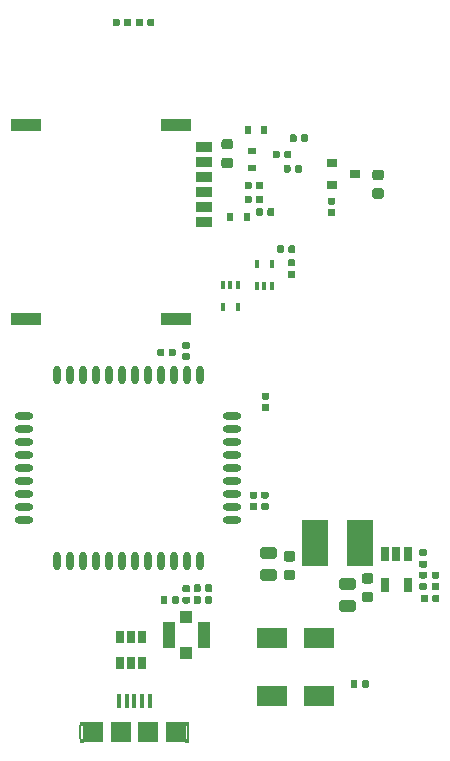
<source format=gtp>
G04 #@! TF.GenerationSoftware,KiCad,Pcbnew,(5.1.5)-3*
G04 #@! TF.CreationDate,2020-06-30T19:55:35+10:00*
G04 #@! TF.ProjectId,cicada-2g,63696361-6461-42d3-9267-2e6b69636164,0.1*
G04 #@! TF.SameCoordinates,PX7cee6c0PY3dfd240*
G04 #@! TF.FileFunction,Paste,Top*
G04 #@! TF.FilePolarity,Positive*
%FSLAX46Y46*%
G04 Gerber Fmt 4.6, Leading zero omitted, Abs format (unit mm)*
G04 Created by KiCad (PCBNEW (5.1.5)-3) date 2020-06-30 19:55:35*
%MOMM*%
%LPD*%
G04 APERTURE LIST*
%ADD10C,0.100000*%
%ADD11R,0.300000X1.250000*%
%ADD12R,0.150000X1.300000*%
%ADD13R,1.750000X1.800000*%
%ADD14C,0.400000*%
%ADD15R,1.700000X1.800000*%
%ADD16R,1.050000X2.200000*%
%ADD17R,1.000000X1.000000*%
%ADD18R,2.200000X3.900000*%
%ADD19R,2.600000X1.100000*%
%ADD20R,1.350000X0.900000*%
%ADD21O,1.600000X0.600000*%
%ADD22O,0.600000X1.600000*%
%ADD23R,2.500000X1.800000*%
%ADD24R,0.650000X1.220000*%
%ADD25R,0.650000X1.060000*%
%ADD26R,0.600000X0.700000*%
%ADD27R,0.700000X0.600000*%
%ADD28R,0.900000X0.800000*%
%ADD29R,0.400000X0.650000*%
G04 APERTURE END LIST*
D10*
G36*
X5795958Y-8773910D02*
G01*
X5810276Y-8776034D01*
X5824317Y-8779551D01*
X5837946Y-8784428D01*
X5851031Y-8790617D01*
X5863447Y-8798058D01*
X5875073Y-8806681D01*
X5885798Y-8816402D01*
X5895519Y-8827127D01*
X5904142Y-8838753D01*
X5911583Y-8851169D01*
X5917772Y-8864254D01*
X5922649Y-8877883D01*
X5926166Y-8891924D01*
X5928290Y-8906242D01*
X5929000Y-8920700D01*
X5929000Y-9265700D01*
X5928290Y-9280158D01*
X5926166Y-9294476D01*
X5922649Y-9308517D01*
X5917772Y-9322146D01*
X5911583Y-9335231D01*
X5904142Y-9347647D01*
X5895519Y-9359273D01*
X5885798Y-9369998D01*
X5875073Y-9379719D01*
X5863447Y-9388342D01*
X5851031Y-9395783D01*
X5837946Y-9401972D01*
X5824317Y-9406849D01*
X5810276Y-9410366D01*
X5795958Y-9412490D01*
X5781500Y-9413200D01*
X5486500Y-9413200D01*
X5472042Y-9412490D01*
X5457724Y-9410366D01*
X5443683Y-9406849D01*
X5430054Y-9401972D01*
X5416969Y-9395783D01*
X5404553Y-9388342D01*
X5392927Y-9379719D01*
X5382202Y-9369998D01*
X5372481Y-9359273D01*
X5363858Y-9347647D01*
X5356417Y-9335231D01*
X5350228Y-9322146D01*
X5345351Y-9308517D01*
X5341834Y-9294476D01*
X5339710Y-9280158D01*
X5339000Y-9265700D01*
X5339000Y-8920700D01*
X5339710Y-8906242D01*
X5341834Y-8891924D01*
X5345351Y-8877883D01*
X5350228Y-8864254D01*
X5356417Y-8851169D01*
X5363858Y-8838753D01*
X5372481Y-8827127D01*
X5382202Y-8816402D01*
X5392927Y-8806681D01*
X5404553Y-8798058D01*
X5416969Y-8790617D01*
X5430054Y-8784428D01*
X5443683Y-8779551D01*
X5457724Y-8776034D01*
X5472042Y-8773910D01*
X5486500Y-8773200D01*
X5781500Y-8773200D01*
X5795958Y-8773910D01*
G37*
G36*
X6765958Y-8773910D02*
G01*
X6780276Y-8776034D01*
X6794317Y-8779551D01*
X6807946Y-8784428D01*
X6821031Y-8790617D01*
X6833447Y-8798058D01*
X6845073Y-8806681D01*
X6855798Y-8816402D01*
X6865519Y-8827127D01*
X6874142Y-8838753D01*
X6881583Y-8851169D01*
X6887772Y-8864254D01*
X6892649Y-8877883D01*
X6896166Y-8891924D01*
X6898290Y-8906242D01*
X6899000Y-8920700D01*
X6899000Y-9265700D01*
X6898290Y-9280158D01*
X6896166Y-9294476D01*
X6892649Y-9308517D01*
X6887772Y-9322146D01*
X6881583Y-9335231D01*
X6874142Y-9347647D01*
X6865519Y-9359273D01*
X6855798Y-9369998D01*
X6845073Y-9379719D01*
X6833447Y-9388342D01*
X6821031Y-9395783D01*
X6807946Y-9401972D01*
X6794317Y-9406849D01*
X6780276Y-9410366D01*
X6765958Y-9412490D01*
X6751500Y-9413200D01*
X6456500Y-9413200D01*
X6442042Y-9412490D01*
X6427724Y-9410366D01*
X6413683Y-9406849D01*
X6400054Y-9401972D01*
X6386969Y-9395783D01*
X6374553Y-9388342D01*
X6362927Y-9379719D01*
X6352202Y-9369998D01*
X6342481Y-9359273D01*
X6333858Y-9347647D01*
X6326417Y-9335231D01*
X6320228Y-9322146D01*
X6315351Y-9308517D01*
X6311834Y-9294476D01*
X6309710Y-9280158D01*
X6309000Y-9265700D01*
X6309000Y-8920700D01*
X6309710Y-8906242D01*
X6311834Y-8891924D01*
X6315351Y-8877883D01*
X6320228Y-8864254D01*
X6326417Y-8851169D01*
X6333858Y-8838753D01*
X6342481Y-8827127D01*
X6352202Y-8816402D01*
X6362927Y-8806681D01*
X6374553Y-8798058D01*
X6386969Y-8790617D01*
X6400054Y-8784428D01*
X6413683Y-8779551D01*
X6427724Y-8776034D01*
X6442042Y-8773910D01*
X6456500Y-8773200D01*
X6751500Y-8773200D01*
X6765958Y-8773910D01*
G37*
D11*
X-6000000Y-54125000D03*
X-6650000Y-54125000D03*
X-7300000Y-54125000D03*
X-7950000Y-54125000D03*
X-8600000Y-54125000D03*
D12*
X-2725000Y-56800000D03*
X-11875000Y-56800000D03*
D13*
X-3775000Y-56800000D03*
X-10825000Y-56800000D03*
D14*
X-2850000Y-57500000D03*
X-2850000Y-56100000D03*
X-11750000Y-57500000D03*
X-11750000Y-56100000D03*
D15*
X-6150000Y-56800000D03*
X-8450000Y-56800000D03*
D16*
X-1425000Y-48570000D03*
X-4375000Y-48570000D03*
D17*
X-2900000Y-50070000D03*
X-2900000Y-47070000D03*
D18*
X8006000Y-40767000D03*
X11806000Y-40767000D03*
D19*
X-3780200Y-5394000D03*
X-16460200Y-5394000D03*
X-16460200Y-21844000D03*
X-3780200Y-21844000D03*
D20*
X-1355200Y-13594000D03*
X-1355200Y-12324000D03*
X-1355200Y-11054000D03*
X-1355200Y-9784000D03*
X-1355200Y-8514000D03*
X-1355200Y-7244000D03*
D10*
G36*
X9584958Y-12509710D02*
G01*
X9599276Y-12511834D01*
X9613317Y-12515351D01*
X9626946Y-12520228D01*
X9640031Y-12526417D01*
X9652447Y-12533858D01*
X9664073Y-12542481D01*
X9674798Y-12552202D01*
X9684519Y-12562927D01*
X9693142Y-12574553D01*
X9700583Y-12586969D01*
X9706772Y-12600054D01*
X9711649Y-12613683D01*
X9715166Y-12627724D01*
X9717290Y-12642042D01*
X9718000Y-12656500D01*
X9718000Y-12951500D01*
X9717290Y-12965958D01*
X9715166Y-12980276D01*
X9711649Y-12994317D01*
X9706772Y-13007946D01*
X9700583Y-13021031D01*
X9693142Y-13033447D01*
X9684519Y-13045073D01*
X9674798Y-13055798D01*
X9664073Y-13065519D01*
X9652447Y-13074142D01*
X9640031Y-13081583D01*
X9626946Y-13087772D01*
X9613317Y-13092649D01*
X9599276Y-13096166D01*
X9584958Y-13098290D01*
X9570500Y-13099000D01*
X9225500Y-13099000D01*
X9211042Y-13098290D01*
X9196724Y-13096166D01*
X9182683Y-13092649D01*
X9169054Y-13087772D01*
X9155969Y-13081583D01*
X9143553Y-13074142D01*
X9131927Y-13065519D01*
X9121202Y-13055798D01*
X9111481Y-13045073D01*
X9102858Y-13033447D01*
X9095417Y-13021031D01*
X9089228Y-13007946D01*
X9084351Y-12994317D01*
X9080834Y-12980276D01*
X9078710Y-12965958D01*
X9078000Y-12951500D01*
X9078000Y-12656500D01*
X9078710Y-12642042D01*
X9080834Y-12627724D01*
X9084351Y-12613683D01*
X9089228Y-12600054D01*
X9095417Y-12586969D01*
X9102858Y-12574553D01*
X9111481Y-12562927D01*
X9121202Y-12552202D01*
X9131927Y-12542481D01*
X9143553Y-12533858D01*
X9155969Y-12526417D01*
X9169054Y-12520228D01*
X9182683Y-12515351D01*
X9196724Y-12511834D01*
X9211042Y-12509710D01*
X9225500Y-12509000D01*
X9570500Y-12509000D01*
X9584958Y-12509710D01*
G37*
G36*
X9584958Y-11539710D02*
G01*
X9599276Y-11541834D01*
X9613317Y-11545351D01*
X9626946Y-11550228D01*
X9640031Y-11556417D01*
X9652447Y-11563858D01*
X9664073Y-11572481D01*
X9674798Y-11582202D01*
X9684519Y-11592927D01*
X9693142Y-11604553D01*
X9700583Y-11616969D01*
X9706772Y-11630054D01*
X9711649Y-11643683D01*
X9715166Y-11657724D01*
X9717290Y-11672042D01*
X9718000Y-11686500D01*
X9718000Y-11981500D01*
X9717290Y-11995958D01*
X9715166Y-12010276D01*
X9711649Y-12024317D01*
X9706772Y-12037946D01*
X9700583Y-12051031D01*
X9693142Y-12063447D01*
X9684519Y-12075073D01*
X9674798Y-12085798D01*
X9664073Y-12095519D01*
X9652447Y-12104142D01*
X9640031Y-12111583D01*
X9626946Y-12117772D01*
X9613317Y-12122649D01*
X9599276Y-12126166D01*
X9584958Y-12128290D01*
X9570500Y-12129000D01*
X9225500Y-12129000D01*
X9211042Y-12128290D01*
X9196724Y-12126166D01*
X9182683Y-12122649D01*
X9169054Y-12117772D01*
X9155969Y-12111583D01*
X9143553Y-12104142D01*
X9131927Y-12095519D01*
X9121202Y-12085798D01*
X9111481Y-12075073D01*
X9102858Y-12063447D01*
X9095417Y-12051031D01*
X9089228Y-12037946D01*
X9084351Y-12024317D01*
X9080834Y-12010276D01*
X9078710Y-11995958D01*
X9078000Y-11981500D01*
X9078000Y-11686500D01*
X9078710Y-11672042D01*
X9080834Y-11657724D01*
X9084351Y-11643683D01*
X9089228Y-11630054D01*
X9095417Y-11616969D01*
X9102858Y-11604553D01*
X9111481Y-11592927D01*
X9121202Y-11582202D01*
X9131927Y-11572481D01*
X9143553Y-11563858D01*
X9155969Y-11556417D01*
X9169054Y-11550228D01*
X9182683Y-11545351D01*
X9196724Y-11541834D01*
X9211042Y-11539710D01*
X9225500Y-11539000D01*
X9570500Y-11539000D01*
X9584958Y-11539710D01*
G37*
G36*
X3996958Y-28049710D02*
G01*
X4011276Y-28051834D01*
X4025317Y-28055351D01*
X4038946Y-28060228D01*
X4052031Y-28066417D01*
X4064447Y-28073858D01*
X4076073Y-28082481D01*
X4086798Y-28092202D01*
X4096519Y-28102927D01*
X4105142Y-28114553D01*
X4112583Y-28126969D01*
X4118772Y-28140054D01*
X4123649Y-28153683D01*
X4127166Y-28167724D01*
X4129290Y-28182042D01*
X4130000Y-28196500D01*
X4130000Y-28491500D01*
X4129290Y-28505958D01*
X4127166Y-28520276D01*
X4123649Y-28534317D01*
X4118772Y-28547946D01*
X4112583Y-28561031D01*
X4105142Y-28573447D01*
X4096519Y-28585073D01*
X4086798Y-28595798D01*
X4076073Y-28605519D01*
X4064447Y-28614142D01*
X4052031Y-28621583D01*
X4038946Y-28627772D01*
X4025317Y-28632649D01*
X4011276Y-28636166D01*
X3996958Y-28638290D01*
X3982500Y-28639000D01*
X3637500Y-28639000D01*
X3623042Y-28638290D01*
X3608724Y-28636166D01*
X3594683Y-28632649D01*
X3581054Y-28627772D01*
X3567969Y-28621583D01*
X3555553Y-28614142D01*
X3543927Y-28605519D01*
X3533202Y-28595798D01*
X3523481Y-28585073D01*
X3514858Y-28573447D01*
X3507417Y-28561031D01*
X3501228Y-28547946D01*
X3496351Y-28534317D01*
X3492834Y-28520276D01*
X3490710Y-28505958D01*
X3490000Y-28491500D01*
X3490000Y-28196500D01*
X3490710Y-28182042D01*
X3492834Y-28167724D01*
X3496351Y-28153683D01*
X3501228Y-28140054D01*
X3507417Y-28126969D01*
X3514858Y-28114553D01*
X3523481Y-28102927D01*
X3533202Y-28092202D01*
X3543927Y-28082481D01*
X3555553Y-28073858D01*
X3567969Y-28066417D01*
X3581054Y-28060228D01*
X3594683Y-28055351D01*
X3608724Y-28051834D01*
X3623042Y-28049710D01*
X3637500Y-28049000D01*
X3982500Y-28049000D01*
X3996958Y-28049710D01*
G37*
G36*
X3996958Y-29019710D02*
G01*
X4011276Y-29021834D01*
X4025317Y-29025351D01*
X4038946Y-29030228D01*
X4052031Y-29036417D01*
X4064447Y-29043858D01*
X4076073Y-29052481D01*
X4086798Y-29062202D01*
X4096519Y-29072927D01*
X4105142Y-29084553D01*
X4112583Y-29096969D01*
X4118772Y-29110054D01*
X4123649Y-29123683D01*
X4127166Y-29137724D01*
X4129290Y-29152042D01*
X4130000Y-29166500D01*
X4130000Y-29461500D01*
X4129290Y-29475958D01*
X4127166Y-29490276D01*
X4123649Y-29504317D01*
X4118772Y-29517946D01*
X4112583Y-29531031D01*
X4105142Y-29543447D01*
X4096519Y-29555073D01*
X4086798Y-29565798D01*
X4076073Y-29575519D01*
X4064447Y-29584142D01*
X4052031Y-29591583D01*
X4038946Y-29597772D01*
X4025317Y-29602649D01*
X4011276Y-29606166D01*
X3996958Y-29608290D01*
X3982500Y-29609000D01*
X3637500Y-29609000D01*
X3623042Y-29608290D01*
X3608724Y-29606166D01*
X3594683Y-29602649D01*
X3581054Y-29597772D01*
X3567969Y-29591583D01*
X3555553Y-29584142D01*
X3543927Y-29575519D01*
X3533202Y-29565798D01*
X3523481Y-29555073D01*
X3514858Y-29543447D01*
X3507417Y-29531031D01*
X3501228Y-29517946D01*
X3496351Y-29504317D01*
X3492834Y-29490276D01*
X3490710Y-29475958D01*
X3490000Y-29461500D01*
X3490000Y-29166500D01*
X3490710Y-29152042D01*
X3492834Y-29137724D01*
X3496351Y-29123683D01*
X3501228Y-29110054D01*
X3507417Y-29096969D01*
X3514858Y-29084553D01*
X3523481Y-29072927D01*
X3533202Y-29062202D01*
X3543927Y-29052481D01*
X3555553Y-29043858D01*
X3567969Y-29036417D01*
X3581054Y-29030228D01*
X3594683Y-29025351D01*
X3608724Y-29021834D01*
X3623042Y-29019710D01*
X3637500Y-29019000D01*
X3982500Y-29019000D01*
X3996958Y-29019710D01*
G37*
G36*
X3936958Y-36420710D02*
G01*
X3951276Y-36422834D01*
X3965317Y-36426351D01*
X3978946Y-36431228D01*
X3992031Y-36437417D01*
X4004447Y-36444858D01*
X4016073Y-36453481D01*
X4026798Y-36463202D01*
X4036519Y-36473927D01*
X4045142Y-36485553D01*
X4052583Y-36497969D01*
X4058772Y-36511054D01*
X4063649Y-36524683D01*
X4067166Y-36538724D01*
X4069290Y-36553042D01*
X4070000Y-36567500D01*
X4070000Y-36862500D01*
X4069290Y-36876958D01*
X4067166Y-36891276D01*
X4063649Y-36905317D01*
X4058772Y-36918946D01*
X4052583Y-36932031D01*
X4045142Y-36944447D01*
X4036519Y-36956073D01*
X4026798Y-36966798D01*
X4016073Y-36976519D01*
X4004447Y-36985142D01*
X3992031Y-36992583D01*
X3978946Y-36998772D01*
X3965317Y-37003649D01*
X3951276Y-37007166D01*
X3936958Y-37009290D01*
X3922500Y-37010000D01*
X3577500Y-37010000D01*
X3563042Y-37009290D01*
X3548724Y-37007166D01*
X3534683Y-37003649D01*
X3521054Y-36998772D01*
X3507969Y-36992583D01*
X3495553Y-36985142D01*
X3483927Y-36976519D01*
X3473202Y-36966798D01*
X3463481Y-36956073D01*
X3454858Y-36944447D01*
X3447417Y-36932031D01*
X3441228Y-36918946D01*
X3436351Y-36905317D01*
X3432834Y-36891276D01*
X3430710Y-36876958D01*
X3430000Y-36862500D01*
X3430000Y-36567500D01*
X3430710Y-36553042D01*
X3432834Y-36538724D01*
X3436351Y-36524683D01*
X3441228Y-36511054D01*
X3447417Y-36497969D01*
X3454858Y-36485553D01*
X3463481Y-36473927D01*
X3473202Y-36463202D01*
X3483927Y-36453481D01*
X3495553Y-36444858D01*
X3507969Y-36437417D01*
X3521054Y-36431228D01*
X3534683Y-36426351D01*
X3548724Y-36422834D01*
X3563042Y-36420710D01*
X3577500Y-36420000D01*
X3922500Y-36420000D01*
X3936958Y-36420710D01*
G37*
G36*
X3936958Y-37390710D02*
G01*
X3951276Y-37392834D01*
X3965317Y-37396351D01*
X3978946Y-37401228D01*
X3992031Y-37407417D01*
X4004447Y-37414858D01*
X4016073Y-37423481D01*
X4026798Y-37433202D01*
X4036519Y-37443927D01*
X4045142Y-37455553D01*
X4052583Y-37467969D01*
X4058772Y-37481054D01*
X4063649Y-37494683D01*
X4067166Y-37508724D01*
X4069290Y-37523042D01*
X4070000Y-37537500D01*
X4070000Y-37832500D01*
X4069290Y-37846958D01*
X4067166Y-37861276D01*
X4063649Y-37875317D01*
X4058772Y-37888946D01*
X4052583Y-37902031D01*
X4045142Y-37914447D01*
X4036519Y-37926073D01*
X4026798Y-37936798D01*
X4016073Y-37946519D01*
X4004447Y-37955142D01*
X3992031Y-37962583D01*
X3978946Y-37968772D01*
X3965317Y-37973649D01*
X3951276Y-37977166D01*
X3936958Y-37979290D01*
X3922500Y-37980000D01*
X3577500Y-37980000D01*
X3563042Y-37979290D01*
X3548724Y-37977166D01*
X3534683Y-37973649D01*
X3521054Y-37968772D01*
X3507969Y-37962583D01*
X3495553Y-37955142D01*
X3483927Y-37946519D01*
X3473202Y-37936798D01*
X3463481Y-37926073D01*
X3454858Y-37914447D01*
X3447417Y-37902031D01*
X3441228Y-37888946D01*
X3436351Y-37875317D01*
X3432834Y-37861276D01*
X3430710Y-37846958D01*
X3430000Y-37832500D01*
X3430000Y-37537500D01*
X3430710Y-37523042D01*
X3432834Y-37508724D01*
X3436351Y-37494683D01*
X3441228Y-37481054D01*
X3447417Y-37467969D01*
X3454858Y-37455553D01*
X3463481Y-37443927D01*
X3473202Y-37433202D01*
X3483927Y-37423481D01*
X3495553Y-37414858D01*
X3507969Y-37407417D01*
X3521054Y-37401228D01*
X3534683Y-37396351D01*
X3548724Y-37392834D01*
X3563042Y-37390710D01*
X3577500Y-37390000D01*
X3922500Y-37390000D01*
X3936958Y-37390710D01*
G37*
G36*
X2986958Y-36420710D02*
G01*
X3001276Y-36422834D01*
X3015317Y-36426351D01*
X3028946Y-36431228D01*
X3042031Y-36437417D01*
X3054447Y-36444858D01*
X3066073Y-36453481D01*
X3076798Y-36463202D01*
X3086519Y-36473927D01*
X3095142Y-36485553D01*
X3102583Y-36497969D01*
X3108772Y-36511054D01*
X3113649Y-36524683D01*
X3117166Y-36538724D01*
X3119290Y-36553042D01*
X3120000Y-36567500D01*
X3120000Y-36862500D01*
X3119290Y-36876958D01*
X3117166Y-36891276D01*
X3113649Y-36905317D01*
X3108772Y-36918946D01*
X3102583Y-36932031D01*
X3095142Y-36944447D01*
X3086519Y-36956073D01*
X3076798Y-36966798D01*
X3066073Y-36976519D01*
X3054447Y-36985142D01*
X3042031Y-36992583D01*
X3028946Y-36998772D01*
X3015317Y-37003649D01*
X3001276Y-37007166D01*
X2986958Y-37009290D01*
X2972500Y-37010000D01*
X2627500Y-37010000D01*
X2613042Y-37009290D01*
X2598724Y-37007166D01*
X2584683Y-37003649D01*
X2571054Y-36998772D01*
X2557969Y-36992583D01*
X2545553Y-36985142D01*
X2533927Y-36976519D01*
X2523202Y-36966798D01*
X2513481Y-36956073D01*
X2504858Y-36944447D01*
X2497417Y-36932031D01*
X2491228Y-36918946D01*
X2486351Y-36905317D01*
X2482834Y-36891276D01*
X2480710Y-36876958D01*
X2480000Y-36862500D01*
X2480000Y-36567500D01*
X2480710Y-36553042D01*
X2482834Y-36538724D01*
X2486351Y-36524683D01*
X2491228Y-36511054D01*
X2497417Y-36497969D01*
X2504858Y-36485553D01*
X2513481Y-36473927D01*
X2523202Y-36463202D01*
X2533927Y-36453481D01*
X2545553Y-36444858D01*
X2557969Y-36437417D01*
X2571054Y-36431228D01*
X2584683Y-36426351D01*
X2598724Y-36422834D01*
X2613042Y-36420710D01*
X2627500Y-36420000D01*
X2972500Y-36420000D01*
X2986958Y-36420710D01*
G37*
G36*
X2986958Y-37390710D02*
G01*
X3001276Y-37392834D01*
X3015317Y-37396351D01*
X3028946Y-37401228D01*
X3042031Y-37407417D01*
X3054447Y-37414858D01*
X3066073Y-37423481D01*
X3076798Y-37433202D01*
X3086519Y-37443927D01*
X3095142Y-37455553D01*
X3102583Y-37467969D01*
X3108772Y-37481054D01*
X3113649Y-37494683D01*
X3117166Y-37508724D01*
X3119290Y-37523042D01*
X3120000Y-37537500D01*
X3120000Y-37832500D01*
X3119290Y-37846958D01*
X3117166Y-37861276D01*
X3113649Y-37875317D01*
X3108772Y-37888946D01*
X3102583Y-37902031D01*
X3095142Y-37914447D01*
X3086519Y-37926073D01*
X3076798Y-37936798D01*
X3066073Y-37946519D01*
X3054447Y-37955142D01*
X3042031Y-37962583D01*
X3028946Y-37968772D01*
X3015317Y-37973649D01*
X3001276Y-37977166D01*
X2986958Y-37979290D01*
X2972500Y-37980000D01*
X2627500Y-37980000D01*
X2613042Y-37979290D01*
X2598724Y-37977166D01*
X2584683Y-37973649D01*
X2571054Y-37968772D01*
X2557969Y-37962583D01*
X2545553Y-37955142D01*
X2533927Y-37946519D01*
X2523202Y-37936798D01*
X2513481Y-37926073D01*
X2504858Y-37914447D01*
X2497417Y-37902031D01*
X2491228Y-37888946D01*
X2486351Y-37875317D01*
X2482834Y-37861276D01*
X2480710Y-37846958D01*
X2480000Y-37832500D01*
X2480000Y-37537500D01*
X2480710Y-37523042D01*
X2482834Y-37508724D01*
X2486351Y-37494683D01*
X2491228Y-37481054D01*
X2497417Y-37467969D01*
X2504858Y-37455553D01*
X2513481Y-37443927D01*
X2523202Y-37433202D01*
X2533927Y-37423481D01*
X2545553Y-37414858D01*
X2557969Y-37407417D01*
X2571054Y-37401228D01*
X2584683Y-37396351D01*
X2598724Y-37392834D01*
X2613042Y-37390710D01*
X2627500Y-37390000D01*
X2972500Y-37390000D01*
X2986958Y-37390710D01*
G37*
G36*
X-848042Y-45280710D02*
G01*
X-833724Y-45282834D01*
X-819683Y-45286351D01*
X-806054Y-45291228D01*
X-792969Y-45297417D01*
X-780553Y-45304858D01*
X-768927Y-45313481D01*
X-758202Y-45323202D01*
X-748481Y-45333927D01*
X-739858Y-45345553D01*
X-732417Y-45357969D01*
X-726228Y-45371054D01*
X-721351Y-45384683D01*
X-717834Y-45398724D01*
X-715710Y-45413042D01*
X-715000Y-45427500D01*
X-715000Y-45772500D01*
X-715710Y-45786958D01*
X-717834Y-45801276D01*
X-721351Y-45815317D01*
X-726228Y-45828946D01*
X-732417Y-45842031D01*
X-739858Y-45854447D01*
X-748481Y-45866073D01*
X-758202Y-45876798D01*
X-768927Y-45886519D01*
X-780553Y-45895142D01*
X-792969Y-45902583D01*
X-806054Y-45908772D01*
X-819683Y-45913649D01*
X-833724Y-45917166D01*
X-848042Y-45919290D01*
X-862500Y-45920000D01*
X-1157500Y-45920000D01*
X-1171958Y-45919290D01*
X-1186276Y-45917166D01*
X-1200317Y-45913649D01*
X-1213946Y-45908772D01*
X-1227031Y-45902583D01*
X-1239447Y-45895142D01*
X-1251073Y-45886519D01*
X-1261798Y-45876798D01*
X-1271519Y-45866073D01*
X-1280142Y-45854447D01*
X-1287583Y-45842031D01*
X-1293772Y-45828946D01*
X-1298649Y-45815317D01*
X-1302166Y-45801276D01*
X-1304290Y-45786958D01*
X-1305000Y-45772500D01*
X-1305000Y-45427500D01*
X-1304290Y-45413042D01*
X-1302166Y-45398724D01*
X-1298649Y-45384683D01*
X-1293772Y-45371054D01*
X-1287583Y-45357969D01*
X-1280142Y-45345553D01*
X-1271519Y-45333927D01*
X-1261798Y-45323202D01*
X-1251073Y-45313481D01*
X-1239447Y-45304858D01*
X-1227031Y-45297417D01*
X-1213946Y-45291228D01*
X-1200317Y-45286351D01*
X-1186276Y-45282834D01*
X-1171958Y-45280710D01*
X-1157500Y-45280000D01*
X-862500Y-45280000D01*
X-848042Y-45280710D01*
G37*
G36*
X-1818042Y-45280710D02*
G01*
X-1803724Y-45282834D01*
X-1789683Y-45286351D01*
X-1776054Y-45291228D01*
X-1762969Y-45297417D01*
X-1750553Y-45304858D01*
X-1738927Y-45313481D01*
X-1728202Y-45323202D01*
X-1718481Y-45333927D01*
X-1709858Y-45345553D01*
X-1702417Y-45357969D01*
X-1696228Y-45371054D01*
X-1691351Y-45384683D01*
X-1687834Y-45398724D01*
X-1685710Y-45413042D01*
X-1685000Y-45427500D01*
X-1685000Y-45772500D01*
X-1685710Y-45786958D01*
X-1687834Y-45801276D01*
X-1691351Y-45815317D01*
X-1696228Y-45828946D01*
X-1702417Y-45842031D01*
X-1709858Y-45854447D01*
X-1718481Y-45866073D01*
X-1728202Y-45876798D01*
X-1738927Y-45886519D01*
X-1750553Y-45895142D01*
X-1762969Y-45902583D01*
X-1776054Y-45908772D01*
X-1789683Y-45913649D01*
X-1803724Y-45917166D01*
X-1818042Y-45919290D01*
X-1832500Y-45920000D01*
X-2127500Y-45920000D01*
X-2141958Y-45919290D01*
X-2156276Y-45917166D01*
X-2170317Y-45913649D01*
X-2183946Y-45908772D01*
X-2197031Y-45902583D01*
X-2209447Y-45895142D01*
X-2221073Y-45886519D01*
X-2231798Y-45876798D01*
X-2241519Y-45866073D01*
X-2250142Y-45854447D01*
X-2257583Y-45842031D01*
X-2263772Y-45828946D01*
X-2268649Y-45815317D01*
X-2272166Y-45801276D01*
X-2274290Y-45786958D01*
X-2275000Y-45772500D01*
X-2275000Y-45427500D01*
X-2274290Y-45413042D01*
X-2272166Y-45398724D01*
X-2268649Y-45384683D01*
X-2263772Y-45371054D01*
X-2257583Y-45357969D01*
X-2250142Y-45345553D01*
X-2241519Y-45333927D01*
X-2231798Y-45323202D01*
X-2221073Y-45313481D01*
X-2209447Y-45304858D01*
X-2197031Y-45297417D01*
X-2183946Y-45291228D01*
X-2170317Y-45286351D01*
X-2156276Y-45282834D01*
X-2141958Y-45280710D01*
X-2127500Y-45280000D01*
X-1832500Y-45280000D01*
X-1818042Y-45280710D01*
G37*
G36*
X-848042Y-44280710D02*
G01*
X-833724Y-44282834D01*
X-819683Y-44286351D01*
X-806054Y-44291228D01*
X-792969Y-44297417D01*
X-780553Y-44304858D01*
X-768927Y-44313481D01*
X-758202Y-44323202D01*
X-748481Y-44333927D01*
X-739858Y-44345553D01*
X-732417Y-44357969D01*
X-726228Y-44371054D01*
X-721351Y-44384683D01*
X-717834Y-44398724D01*
X-715710Y-44413042D01*
X-715000Y-44427500D01*
X-715000Y-44772500D01*
X-715710Y-44786958D01*
X-717834Y-44801276D01*
X-721351Y-44815317D01*
X-726228Y-44828946D01*
X-732417Y-44842031D01*
X-739858Y-44854447D01*
X-748481Y-44866073D01*
X-758202Y-44876798D01*
X-768927Y-44886519D01*
X-780553Y-44895142D01*
X-792969Y-44902583D01*
X-806054Y-44908772D01*
X-819683Y-44913649D01*
X-833724Y-44917166D01*
X-848042Y-44919290D01*
X-862500Y-44920000D01*
X-1157500Y-44920000D01*
X-1171958Y-44919290D01*
X-1186276Y-44917166D01*
X-1200317Y-44913649D01*
X-1213946Y-44908772D01*
X-1227031Y-44902583D01*
X-1239447Y-44895142D01*
X-1251073Y-44886519D01*
X-1261798Y-44876798D01*
X-1271519Y-44866073D01*
X-1280142Y-44854447D01*
X-1287583Y-44842031D01*
X-1293772Y-44828946D01*
X-1298649Y-44815317D01*
X-1302166Y-44801276D01*
X-1304290Y-44786958D01*
X-1305000Y-44772500D01*
X-1305000Y-44427500D01*
X-1304290Y-44413042D01*
X-1302166Y-44398724D01*
X-1298649Y-44384683D01*
X-1293772Y-44371054D01*
X-1287583Y-44357969D01*
X-1280142Y-44345553D01*
X-1271519Y-44333927D01*
X-1261798Y-44323202D01*
X-1251073Y-44313481D01*
X-1239447Y-44304858D01*
X-1227031Y-44297417D01*
X-1213946Y-44291228D01*
X-1200317Y-44286351D01*
X-1186276Y-44282834D01*
X-1171958Y-44280710D01*
X-1157500Y-44280000D01*
X-862500Y-44280000D01*
X-848042Y-44280710D01*
G37*
G36*
X-1818042Y-44280710D02*
G01*
X-1803724Y-44282834D01*
X-1789683Y-44286351D01*
X-1776054Y-44291228D01*
X-1762969Y-44297417D01*
X-1750553Y-44304858D01*
X-1738927Y-44313481D01*
X-1728202Y-44323202D01*
X-1718481Y-44333927D01*
X-1709858Y-44345553D01*
X-1702417Y-44357969D01*
X-1696228Y-44371054D01*
X-1691351Y-44384683D01*
X-1687834Y-44398724D01*
X-1685710Y-44413042D01*
X-1685000Y-44427500D01*
X-1685000Y-44772500D01*
X-1685710Y-44786958D01*
X-1687834Y-44801276D01*
X-1691351Y-44815317D01*
X-1696228Y-44828946D01*
X-1702417Y-44842031D01*
X-1709858Y-44854447D01*
X-1718481Y-44866073D01*
X-1728202Y-44876798D01*
X-1738927Y-44886519D01*
X-1750553Y-44895142D01*
X-1762969Y-44902583D01*
X-1776054Y-44908772D01*
X-1789683Y-44913649D01*
X-1803724Y-44917166D01*
X-1818042Y-44919290D01*
X-1832500Y-44920000D01*
X-2127500Y-44920000D01*
X-2141958Y-44919290D01*
X-2156276Y-44917166D01*
X-2170317Y-44913649D01*
X-2183946Y-44908772D01*
X-2197031Y-44902583D01*
X-2209447Y-44895142D01*
X-2221073Y-44886519D01*
X-2231798Y-44876798D01*
X-2241519Y-44866073D01*
X-2250142Y-44854447D01*
X-2257583Y-44842031D01*
X-2263772Y-44828946D01*
X-2268649Y-44815317D01*
X-2272166Y-44801276D01*
X-2274290Y-44786958D01*
X-2275000Y-44772500D01*
X-2275000Y-44427500D01*
X-2274290Y-44413042D01*
X-2272166Y-44398724D01*
X-2268649Y-44384683D01*
X-2263772Y-44371054D01*
X-2257583Y-44357969D01*
X-2250142Y-44345553D01*
X-2241519Y-44333927D01*
X-2231798Y-44323202D01*
X-2221073Y-44313481D01*
X-2209447Y-44304858D01*
X-2197031Y-44297417D01*
X-2183946Y-44291228D01*
X-2170317Y-44286351D01*
X-2156276Y-44282834D01*
X-2141958Y-44280710D01*
X-2127500Y-44280000D01*
X-1832500Y-44280000D01*
X-1818042Y-44280710D01*
G37*
G36*
X-2713042Y-44340710D02*
G01*
X-2698724Y-44342834D01*
X-2684683Y-44346351D01*
X-2671054Y-44351228D01*
X-2657969Y-44357417D01*
X-2645553Y-44364858D01*
X-2633927Y-44373481D01*
X-2623202Y-44383202D01*
X-2613481Y-44393927D01*
X-2604858Y-44405553D01*
X-2597417Y-44417969D01*
X-2591228Y-44431054D01*
X-2586351Y-44444683D01*
X-2582834Y-44458724D01*
X-2580710Y-44473042D01*
X-2580000Y-44487500D01*
X-2580000Y-44782500D01*
X-2580710Y-44796958D01*
X-2582834Y-44811276D01*
X-2586351Y-44825317D01*
X-2591228Y-44838946D01*
X-2597417Y-44852031D01*
X-2604858Y-44864447D01*
X-2613481Y-44876073D01*
X-2623202Y-44886798D01*
X-2633927Y-44896519D01*
X-2645553Y-44905142D01*
X-2657969Y-44912583D01*
X-2671054Y-44918772D01*
X-2684683Y-44923649D01*
X-2698724Y-44927166D01*
X-2713042Y-44929290D01*
X-2727500Y-44930000D01*
X-3072500Y-44930000D01*
X-3086958Y-44929290D01*
X-3101276Y-44927166D01*
X-3115317Y-44923649D01*
X-3128946Y-44918772D01*
X-3142031Y-44912583D01*
X-3154447Y-44905142D01*
X-3166073Y-44896519D01*
X-3176798Y-44886798D01*
X-3186519Y-44876073D01*
X-3195142Y-44864447D01*
X-3202583Y-44852031D01*
X-3208772Y-44838946D01*
X-3213649Y-44825317D01*
X-3217166Y-44811276D01*
X-3219290Y-44796958D01*
X-3220000Y-44782500D01*
X-3220000Y-44487500D01*
X-3219290Y-44473042D01*
X-3217166Y-44458724D01*
X-3213649Y-44444683D01*
X-3208772Y-44431054D01*
X-3202583Y-44417969D01*
X-3195142Y-44405553D01*
X-3186519Y-44393927D01*
X-3176798Y-44383202D01*
X-3166073Y-44373481D01*
X-3154447Y-44364858D01*
X-3142031Y-44357417D01*
X-3128946Y-44351228D01*
X-3115317Y-44346351D01*
X-3101276Y-44342834D01*
X-3086958Y-44340710D01*
X-3072500Y-44340000D01*
X-2727500Y-44340000D01*
X-2713042Y-44340710D01*
G37*
G36*
X-2713042Y-45310710D02*
G01*
X-2698724Y-45312834D01*
X-2684683Y-45316351D01*
X-2671054Y-45321228D01*
X-2657969Y-45327417D01*
X-2645553Y-45334858D01*
X-2633927Y-45343481D01*
X-2623202Y-45353202D01*
X-2613481Y-45363927D01*
X-2604858Y-45375553D01*
X-2597417Y-45387969D01*
X-2591228Y-45401054D01*
X-2586351Y-45414683D01*
X-2582834Y-45428724D01*
X-2580710Y-45443042D01*
X-2580000Y-45457500D01*
X-2580000Y-45752500D01*
X-2580710Y-45766958D01*
X-2582834Y-45781276D01*
X-2586351Y-45795317D01*
X-2591228Y-45808946D01*
X-2597417Y-45822031D01*
X-2604858Y-45834447D01*
X-2613481Y-45846073D01*
X-2623202Y-45856798D01*
X-2633927Y-45866519D01*
X-2645553Y-45875142D01*
X-2657969Y-45882583D01*
X-2671054Y-45888772D01*
X-2684683Y-45893649D01*
X-2698724Y-45897166D01*
X-2713042Y-45899290D01*
X-2727500Y-45900000D01*
X-3072500Y-45900000D01*
X-3086958Y-45899290D01*
X-3101276Y-45897166D01*
X-3115317Y-45893649D01*
X-3128946Y-45888772D01*
X-3142031Y-45882583D01*
X-3154447Y-45875142D01*
X-3166073Y-45866519D01*
X-3176798Y-45856798D01*
X-3186519Y-45846073D01*
X-3195142Y-45834447D01*
X-3202583Y-45822031D01*
X-3208772Y-45808946D01*
X-3213649Y-45795317D01*
X-3217166Y-45781276D01*
X-3219290Y-45766958D01*
X-3220000Y-45752500D01*
X-3220000Y-45457500D01*
X-3219290Y-45443042D01*
X-3217166Y-45428724D01*
X-3213649Y-45414683D01*
X-3208772Y-45401054D01*
X-3202583Y-45387969D01*
X-3195142Y-45375553D01*
X-3186519Y-45363927D01*
X-3176798Y-45353202D01*
X-3166073Y-45343481D01*
X-3154447Y-45334858D01*
X-3142031Y-45327417D01*
X-3128946Y-45321228D01*
X-3115317Y-45316351D01*
X-3101276Y-45312834D01*
X-3086958Y-45310710D01*
X-3072500Y-45310000D01*
X-2727500Y-45310000D01*
X-2713042Y-45310710D01*
G37*
D21*
X975000Y-30025000D03*
X975000Y-31125000D03*
X975000Y-32225000D03*
X975000Y-33325000D03*
X975000Y-34425000D03*
X975000Y-35525000D03*
X975000Y-36625000D03*
X975000Y-37725000D03*
X975000Y-38825000D03*
D22*
X-1775000Y-42275000D03*
X-2875000Y-42275000D03*
X-3975000Y-42275000D03*
X-5075000Y-42275000D03*
X-6175000Y-42275000D03*
X-7275000Y-42275000D03*
X-8375000Y-42275000D03*
X-9475000Y-42275000D03*
X-10575000Y-42275000D03*
X-11675000Y-42275000D03*
X-12775000Y-42275000D03*
X-13875000Y-42275000D03*
D21*
X-16625000Y-38825000D03*
X-16625000Y-37725000D03*
X-16625000Y-36625000D03*
X-16625000Y-35525000D03*
X-16625000Y-34425000D03*
X-16625000Y-33325000D03*
X-16625000Y-32225000D03*
X-16625000Y-31125000D03*
X-16625000Y-30025000D03*
D22*
X-13875000Y-26575000D03*
X-12775000Y-26575000D03*
X-11675000Y-26575000D03*
X-10575000Y-26575000D03*
X-9475000Y-26575000D03*
X-8375000Y-26575000D03*
X-7275000Y-26575000D03*
X-6175000Y-26575000D03*
X-5075000Y-26575000D03*
X-3975000Y-26575000D03*
X-2875000Y-26575000D03*
X-1775000Y-26575000D03*
D23*
X4350000Y-48800000D03*
X8350000Y-48800000D03*
D10*
G36*
X17336958Y-44165710D02*
G01*
X17351276Y-44167834D01*
X17365317Y-44171351D01*
X17378946Y-44176228D01*
X17392031Y-44182417D01*
X17404447Y-44189858D01*
X17416073Y-44198481D01*
X17426798Y-44208202D01*
X17436519Y-44218927D01*
X17445142Y-44230553D01*
X17452583Y-44242969D01*
X17458772Y-44256054D01*
X17463649Y-44269683D01*
X17467166Y-44283724D01*
X17469290Y-44298042D01*
X17470000Y-44312500D01*
X17470000Y-44607500D01*
X17469290Y-44621958D01*
X17467166Y-44636276D01*
X17463649Y-44650317D01*
X17458772Y-44663946D01*
X17452583Y-44677031D01*
X17445142Y-44689447D01*
X17436519Y-44701073D01*
X17426798Y-44711798D01*
X17416073Y-44721519D01*
X17404447Y-44730142D01*
X17392031Y-44737583D01*
X17378946Y-44743772D01*
X17365317Y-44748649D01*
X17351276Y-44752166D01*
X17336958Y-44754290D01*
X17322500Y-44755000D01*
X16977500Y-44755000D01*
X16963042Y-44754290D01*
X16948724Y-44752166D01*
X16934683Y-44748649D01*
X16921054Y-44743772D01*
X16907969Y-44737583D01*
X16895553Y-44730142D01*
X16883927Y-44721519D01*
X16873202Y-44711798D01*
X16863481Y-44701073D01*
X16854858Y-44689447D01*
X16847417Y-44677031D01*
X16841228Y-44663946D01*
X16836351Y-44650317D01*
X16832834Y-44636276D01*
X16830710Y-44621958D01*
X16830000Y-44607500D01*
X16830000Y-44312500D01*
X16830710Y-44298042D01*
X16832834Y-44283724D01*
X16836351Y-44269683D01*
X16841228Y-44256054D01*
X16847417Y-44242969D01*
X16854858Y-44230553D01*
X16863481Y-44218927D01*
X16873202Y-44208202D01*
X16883927Y-44198481D01*
X16895553Y-44189858D01*
X16907969Y-44182417D01*
X16921054Y-44176228D01*
X16934683Y-44171351D01*
X16948724Y-44167834D01*
X16963042Y-44165710D01*
X16977500Y-44165000D01*
X17322500Y-44165000D01*
X17336958Y-44165710D01*
G37*
G36*
X17336958Y-43195710D02*
G01*
X17351276Y-43197834D01*
X17365317Y-43201351D01*
X17378946Y-43206228D01*
X17392031Y-43212417D01*
X17404447Y-43219858D01*
X17416073Y-43228481D01*
X17426798Y-43238202D01*
X17436519Y-43248927D01*
X17445142Y-43260553D01*
X17452583Y-43272969D01*
X17458772Y-43286054D01*
X17463649Y-43299683D01*
X17467166Y-43313724D01*
X17469290Y-43328042D01*
X17470000Y-43342500D01*
X17470000Y-43637500D01*
X17469290Y-43651958D01*
X17467166Y-43666276D01*
X17463649Y-43680317D01*
X17458772Y-43693946D01*
X17452583Y-43707031D01*
X17445142Y-43719447D01*
X17436519Y-43731073D01*
X17426798Y-43741798D01*
X17416073Y-43751519D01*
X17404447Y-43760142D01*
X17392031Y-43767583D01*
X17378946Y-43773772D01*
X17365317Y-43778649D01*
X17351276Y-43782166D01*
X17336958Y-43784290D01*
X17322500Y-43785000D01*
X16977500Y-43785000D01*
X16963042Y-43784290D01*
X16948724Y-43782166D01*
X16934683Y-43778649D01*
X16921054Y-43773772D01*
X16907969Y-43767583D01*
X16895553Y-43760142D01*
X16883927Y-43751519D01*
X16873202Y-43741798D01*
X16863481Y-43731073D01*
X16854858Y-43719447D01*
X16847417Y-43707031D01*
X16841228Y-43693946D01*
X16836351Y-43680317D01*
X16832834Y-43666276D01*
X16830710Y-43651958D01*
X16830000Y-43637500D01*
X16830000Y-43342500D01*
X16830710Y-43328042D01*
X16832834Y-43313724D01*
X16836351Y-43299683D01*
X16841228Y-43286054D01*
X16847417Y-43272969D01*
X16854858Y-43260553D01*
X16863481Y-43248927D01*
X16873202Y-43238202D01*
X16883927Y-43228481D01*
X16895553Y-43219858D01*
X16907969Y-43212417D01*
X16921054Y-43206228D01*
X16934683Y-43201351D01*
X16948724Y-43197834D01*
X16963042Y-43195710D01*
X16977500Y-43195000D01*
X17322500Y-43195000D01*
X17336958Y-43195710D01*
G37*
G36*
X17336958Y-42265710D02*
G01*
X17351276Y-42267834D01*
X17365317Y-42271351D01*
X17378946Y-42276228D01*
X17392031Y-42282417D01*
X17404447Y-42289858D01*
X17416073Y-42298481D01*
X17426798Y-42308202D01*
X17436519Y-42318927D01*
X17445142Y-42330553D01*
X17452583Y-42342969D01*
X17458772Y-42356054D01*
X17463649Y-42369683D01*
X17467166Y-42383724D01*
X17469290Y-42398042D01*
X17470000Y-42412500D01*
X17470000Y-42707500D01*
X17469290Y-42721958D01*
X17467166Y-42736276D01*
X17463649Y-42750317D01*
X17458772Y-42763946D01*
X17452583Y-42777031D01*
X17445142Y-42789447D01*
X17436519Y-42801073D01*
X17426798Y-42811798D01*
X17416073Y-42821519D01*
X17404447Y-42830142D01*
X17392031Y-42837583D01*
X17378946Y-42843772D01*
X17365317Y-42848649D01*
X17351276Y-42852166D01*
X17336958Y-42854290D01*
X17322500Y-42855000D01*
X16977500Y-42855000D01*
X16963042Y-42854290D01*
X16948724Y-42852166D01*
X16934683Y-42848649D01*
X16921054Y-42843772D01*
X16907969Y-42837583D01*
X16895553Y-42830142D01*
X16883927Y-42821519D01*
X16873202Y-42811798D01*
X16863481Y-42801073D01*
X16854858Y-42789447D01*
X16847417Y-42777031D01*
X16841228Y-42763946D01*
X16836351Y-42750317D01*
X16832834Y-42736276D01*
X16830710Y-42721958D01*
X16830000Y-42707500D01*
X16830000Y-42412500D01*
X16830710Y-42398042D01*
X16832834Y-42383724D01*
X16836351Y-42369683D01*
X16841228Y-42356054D01*
X16847417Y-42342969D01*
X16854858Y-42330553D01*
X16863481Y-42318927D01*
X16873202Y-42308202D01*
X16883927Y-42298481D01*
X16895553Y-42289858D01*
X16907969Y-42282417D01*
X16921054Y-42276228D01*
X16934683Y-42271351D01*
X16948724Y-42267834D01*
X16963042Y-42265710D01*
X16977500Y-42265000D01*
X17322500Y-42265000D01*
X17336958Y-42265710D01*
G37*
G36*
X17336958Y-41295710D02*
G01*
X17351276Y-41297834D01*
X17365317Y-41301351D01*
X17378946Y-41306228D01*
X17392031Y-41312417D01*
X17404447Y-41319858D01*
X17416073Y-41328481D01*
X17426798Y-41338202D01*
X17436519Y-41348927D01*
X17445142Y-41360553D01*
X17452583Y-41372969D01*
X17458772Y-41386054D01*
X17463649Y-41399683D01*
X17467166Y-41413724D01*
X17469290Y-41428042D01*
X17470000Y-41442500D01*
X17470000Y-41737500D01*
X17469290Y-41751958D01*
X17467166Y-41766276D01*
X17463649Y-41780317D01*
X17458772Y-41793946D01*
X17452583Y-41807031D01*
X17445142Y-41819447D01*
X17436519Y-41831073D01*
X17426798Y-41841798D01*
X17416073Y-41851519D01*
X17404447Y-41860142D01*
X17392031Y-41867583D01*
X17378946Y-41873772D01*
X17365317Y-41878649D01*
X17351276Y-41882166D01*
X17336958Y-41884290D01*
X17322500Y-41885000D01*
X16977500Y-41885000D01*
X16963042Y-41884290D01*
X16948724Y-41882166D01*
X16934683Y-41878649D01*
X16921054Y-41873772D01*
X16907969Y-41867583D01*
X16895553Y-41860142D01*
X16883927Y-41851519D01*
X16873202Y-41841798D01*
X16863481Y-41831073D01*
X16854858Y-41819447D01*
X16847417Y-41807031D01*
X16841228Y-41793946D01*
X16836351Y-41780317D01*
X16832834Y-41766276D01*
X16830710Y-41751958D01*
X16830000Y-41737500D01*
X16830000Y-41442500D01*
X16830710Y-41428042D01*
X16832834Y-41413724D01*
X16836351Y-41399683D01*
X16841228Y-41386054D01*
X16847417Y-41372969D01*
X16854858Y-41360553D01*
X16863481Y-41348927D01*
X16873202Y-41338202D01*
X16883927Y-41328481D01*
X16895553Y-41319858D01*
X16907969Y-41312417D01*
X16921054Y-41306228D01*
X16934683Y-41301351D01*
X16948724Y-41297834D01*
X16963042Y-41295710D01*
X16977500Y-41295000D01*
X17322500Y-41295000D01*
X17336958Y-41295710D01*
G37*
G36*
X18384204Y-43195710D02*
G01*
X18398522Y-43197834D01*
X18412563Y-43201351D01*
X18426192Y-43206228D01*
X18439277Y-43212417D01*
X18451693Y-43219858D01*
X18463319Y-43228481D01*
X18474044Y-43238202D01*
X18483765Y-43248927D01*
X18492388Y-43260553D01*
X18499829Y-43272969D01*
X18506018Y-43286054D01*
X18510895Y-43299683D01*
X18514412Y-43313724D01*
X18516536Y-43328042D01*
X18517246Y-43342500D01*
X18517246Y-43637500D01*
X18516536Y-43651958D01*
X18514412Y-43666276D01*
X18510895Y-43680317D01*
X18506018Y-43693946D01*
X18499829Y-43707031D01*
X18492388Y-43719447D01*
X18483765Y-43731073D01*
X18474044Y-43741798D01*
X18463319Y-43751519D01*
X18451693Y-43760142D01*
X18439277Y-43767583D01*
X18426192Y-43773772D01*
X18412563Y-43778649D01*
X18398522Y-43782166D01*
X18384204Y-43784290D01*
X18369746Y-43785000D01*
X18024746Y-43785000D01*
X18010288Y-43784290D01*
X17995970Y-43782166D01*
X17981929Y-43778649D01*
X17968300Y-43773772D01*
X17955215Y-43767583D01*
X17942799Y-43760142D01*
X17931173Y-43751519D01*
X17920448Y-43741798D01*
X17910727Y-43731073D01*
X17902104Y-43719447D01*
X17894663Y-43707031D01*
X17888474Y-43693946D01*
X17883597Y-43680317D01*
X17880080Y-43666276D01*
X17877956Y-43651958D01*
X17877246Y-43637500D01*
X17877246Y-43342500D01*
X17877956Y-43328042D01*
X17880080Y-43313724D01*
X17883597Y-43299683D01*
X17888474Y-43286054D01*
X17894663Y-43272969D01*
X17902104Y-43260553D01*
X17910727Y-43248927D01*
X17920448Y-43238202D01*
X17931173Y-43228481D01*
X17942799Y-43219858D01*
X17955215Y-43212417D01*
X17968300Y-43206228D01*
X17981929Y-43201351D01*
X17995970Y-43197834D01*
X18010288Y-43195710D01*
X18024746Y-43195000D01*
X18369746Y-43195000D01*
X18384204Y-43195710D01*
G37*
G36*
X18384204Y-44165710D02*
G01*
X18398522Y-44167834D01*
X18412563Y-44171351D01*
X18426192Y-44176228D01*
X18439277Y-44182417D01*
X18451693Y-44189858D01*
X18463319Y-44198481D01*
X18474044Y-44208202D01*
X18483765Y-44218927D01*
X18492388Y-44230553D01*
X18499829Y-44242969D01*
X18506018Y-44256054D01*
X18510895Y-44269683D01*
X18514412Y-44283724D01*
X18516536Y-44298042D01*
X18517246Y-44312500D01*
X18517246Y-44607500D01*
X18516536Y-44621958D01*
X18514412Y-44636276D01*
X18510895Y-44650317D01*
X18506018Y-44663946D01*
X18499829Y-44677031D01*
X18492388Y-44689447D01*
X18483765Y-44701073D01*
X18474044Y-44711798D01*
X18463319Y-44721519D01*
X18451693Y-44730142D01*
X18439277Y-44737583D01*
X18426192Y-44743772D01*
X18412563Y-44748649D01*
X18398522Y-44752166D01*
X18384204Y-44754290D01*
X18369746Y-44755000D01*
X18024746Y-44755000D01*
X18010288Y-44754290D01*
X17995970Y-44752166D01*
X17981929Y-44748649D01*
X17968300Y-44743772D01*
X17955215Y-44737583D01*
X17942799Y-44730142D01*
X17931173Y-44721519D01*
X17920448Y-44711798D01*
X17910727Y-44701073D01*
X17902104Y-44689447D01*
X17894663Y-44677031D01*
X17888474Y-44663946D01*
X17883597Y-44650317D01*
X17880080Y-44636276D01*
X17877956Y-44621958D01*
X17877246Y-44607500D01*
X17877246Y-44312500D01*
X17877956Y-44298042D01*
X17880080Y-44283724D01*
X17883597Y-44269683D01*
X17888474Y-44256054D01*
X17894663Y-44242969D01*
X17902104Y-44230553D01*
X17910727Y-44218927D01*
X17920448Y-44208202D01*
X17931173Y-44198481D01*
X17942799Y-44189858D01*
X17955215Y-44182417D01*
X17968300Y-44176228D01*
X17981929Y-44171351D01*
X17995970Y-44167834D01*
X18010288Y-44165710D01*
X18024746Y-44165000D01*
X18369746Y-44165000D01*
X18384204Y-44165710D01*
G37*
G36*
X2493958Y-11364710D02*
G01*
X2508276Y-11366834D01*
X2522317Y-11370351D01*
X2535946Y-11375228D01*
X2549031Y-11381417D01*
X2561447Y-11388858D01*
X2573073Y-11397481D01*
X2583798Y-11407202D01*
X2593519Y-11417927D01*
X2602142Y-11429553D01*
X2609583Y-11441969D01*
X2615772Y-11455054D01*
X2620649Y-11468683D01*
X2624166Y-11482724D01*
X2626290Y-11497042D01*
X2627000Y-11511500D01*
X2627000Y-11856500D01*
X2626290Y-11870958D01*
X2624166Y-11885276D01*
X2620649Y-11899317D01*
X2615772Y-11912946D01*
X2609583Y-11926031D01*
X2602142Y-11938447D01*
X2593519Y-11950073D01*
X2583798Y-11960798D01*
X2573073Y-11970519D01*
X2561447Y-11979142D01*
X2549031Y-11986583D01*
X2535946Y-11992772D01*
X2522317Y-11997649D01*
X2508276Y-12001166D01*
X2493958Y-12003290D01*
X2479500Y-12004000D01*
X2184500Y-12004000D01*
X2170042Y-12003290D01*
X2155724Y-12001166D01*
X2141683Y-11997649D01*
X2128054Y-11992772D01*
X2114969Y-11986583D01*
X2102553Y-11979142D01*
X2090927Y-11970519D01*
X2080202Y-11960798D01*
X2070481Y-11950073D01*
X2061858Y-11938447D01*
X2054417Y-11926031D01*
X2048228Y-11912946D01*
X2043351Y-11899317D01*
X2039834Y-11885276D01*
X2037710Y-11870958D01*
X2037000Y-11856500D01*
X2037000Y-11511500D01*
X2037710Y-11497042D01*
X2039834Y-11482724D01*
X2043351Y-11468683D01*
X2048228Y-11455054D01*
X2054417Y-11441969D01*
X2061858Y-11429553D01*
X2070481Y-11417927D01*
X2080202Y-11407202D01*
X2090927Y-11397481D01*
X2102553Y-11388858D01*
X2114969Y-11381417D01*
X2128054Y-11375228D01*
X2141683Y-11370351D01*
X2155724Y-11366834D01*
X2170042Y-11364710D01*
X2184500Y-11364000D01*
X2479500Y-11364000D01*
X2493958Y-11364710D01*
G37*
G36*
X3463958Y-11364710D02*
G01*
X3478276Y-11366834D01*
X3492317Y-11370351D01*
X3505946Y-11375228D01*
X3519031Y-11381417D01*
X3531447Y-11388858D01*
X3543073Y-11397481D01*
X3553798Y-11407202D01*
X3563519Y-11417927D01*
X3572142Y-11429553D01*
X3579583Y-11441969D01*
X3585772Y-11455054D01*
X3590649Y-11468683D01*
X3594166Y-11482724D01*
X3596290Y-11497042D01*
X3597000Y-11511500D01*
X3597000Y-11856500D01*
X3596290Y-11870958D01*
X3594166Y-11885276D01*
X3590649Y-11899317D01*
X3585772Y-11912946D01*
X3579583Y-11926031D01*
X3572142Y-11938447D01*
X3563519Y-11950073D01*
X3553798Y-11960798D01*
X3543073Y-11970519D01*
X3531447Y-11979142D01*
X3519031Y-11986583D01*
X3505946Y-11992772D01*
X3492317Y-11997649D01*
X3478276Y-12001166D01*
X3463958Y-12003290D01*
X3449500Y-12004000D01*
X3154500Y-12004000D01*
X3140042Y-12003290D01*
X3125724Y-12001166D01*
X3111683Y-11997649D01*
X3098054Y-11992772D01*
X3084969Y-11986583D01*
X3072553Y-11979142D01*
X3060927Y-11970519D01*
X3050202Y-11960798D01*
X3040481Y-11950073D01*
X3031858Y-11938447D01*
X3024417Y-11926031D01*
X3018228Y-11912946D01*
X3013351Y-11899317D01*
X3009834Y-11885276D01*
X3007710Y-11870958D01*
X3007000Y-11856500D01*
X3007000Y-11511500D01*
X3007710Y-11497042D01*
X3009834Y-11482724D01*
X3013351Y-11468683D01*
X3018228Y-11455054D01*
X3024417Y-11441969D01*
X3031858Y-11429553D01*
X3040481Y-11417927D01*
X3050202Y-11407202D01*
X3060927Y-11397481D01*
X3072553Y-11388858D01*
X3084969Y-11381417D01*
X3098054Y-11375228D01*
X3111683Y-11370351D01*
X3125724Y-11366834D01*
X3140042Y-11364710D01*
X3154500Y-11364000D01*
X3449500Y-11364000D01*
X3463958Y-11364710D01*
G37*
G36*
X2493958Y-10196310D02*
G01*
X2508276Y-10198434D01*
X2522317Y-10201951D01*
X2535946Y-10206828D01*
X2549031Y-10213017D01*
X2561447Y-10220458D01*
X2573073Y-10229081D01*
X2583798Y-10238802D01*
X2593519Y-10249527D01*
X2602142Y-10261153D01*
X2609583Y-10273569D01*
X2615772Y-10286654D01*
X2620649Y-10300283D01*
X2624166Y-10314324D01*
X2626290Y-10328642D01*
X2627000Y-10343100D01*
X2627000Y-10688100D01*
X2626290Y-10702558D01*
X2624166Y-10716876D01*
X2620649Y-10730917D01*
X2615772Y-10744546D01*
X2609583Y-10757631D01*
X2602142Y-10770047D01*
X2593519Y-10781673D01*
X2583798Y-10792398D01*
X2573073Y-10802119D01*
X2561447Y-10810742D01*
X2549031Y-10818183D01*
X2535946Y-10824372D01*
X2522317Y-10829249D01*
X2508276Y-10832766D01*
X2493958Y-10834890D01*
X2479500Y-10835600D01*
X2184500Y-10835600D01*
X2170042Y-10834890D01*
X2155724Y-10832766D01*
X2141683Y-10829249D01*
X2128054Y-10824372D01*
X2114969Y-10818183D01*
X2102553Y-10810742D01*
X2090927Y-10802119D01*
X2080202Y-10792398D01*
X2070481Y-10781673D01*
X2061858Y-10770047D01*
X2054417Y-10757631D01*
X2048228Y-10744546D01*
X2043351Y-10730917D01*
X2039834Y-10716876D01*
X2037710Y-10702558D01*
X2037000Y-10688100D01*
X2037000Y-10343100D01*
X2037710Y-10328642D01*
X2039834Y-10314324D01*
X2043351Y-10300283D01*
X2048228Y-10286654D01*
X2054417Y-10273569D01*
X2061858Y-10261153D01*
X2070481Y-10249527D01*
X2080202Y-10238802D01*
X2090927Y-10229081D01*
X2102553Y-10220458D01*
X2114969Y-10213017D01*
X2128054Y-10206828D01*
X2141683Y-10201951D01*
X2155724Y-10198434D01*
X2170042Y-10196310D01*
X2184500Y-10195600D01*
X2479500Y-10195600D01*
X2493958Y-10196310D01*
G37*
G36*
X3463958Y-10196310D02*
G01*
X3478276Y-10198434D01*
X3492317Y-10201951D01*
X3505946Y-10206828D01*
X3519031Y-10213017D01*
X3531447Y-10220458D01*
X3543073Y-10229081D01*
X3553798Y-10238802D01*
X3563519Y-10249527D01*
X3572142Y-10261153D01*
X3579583Y-10273569D01*
X3585772Y-10286654D01*
X3590649Y-10300283D01*
X3594166Y-10314324D01*
X3596290Y-10328642D01*
X3597000Y-10343100D01*
X3597000Y-10688100D01*
X3596290Y-10702558D01*
X3594166Y-10716876D01*
X3590649Y-10730917D01*
X3585772Y-10744546D01*
X3579583Y-10757631D01*
X3572142Y-10770047D01*
X3563519Y-10781673D01*
X3553798Y-10792398D01*
X3543073Y-10802119D01*
X3531447Y-10810742D01*
X3519031Y-10818183D01*
X3505946Y-10824372D01*
X3492317Y-10829249D01*
X3478276Y-10832766D01*
X3463958Y-10834890D01*
X3449500Y-10835600D01*
X3154500Y-10835600D01*
X3140042Y-10834890D01*
X3125724Y-10832766D01*
X3111683Y-10829249D01*
X3098054Y-10824372D01*
X3084969Y-10818183D01*
X3072553Y-10810742D01*
X3060927Y-10802119D01*
X3050202Y-10792398D01*
X3040481Y-10781673D01*
X3031858Y-10770047D01*
X3024417Y-10757631D01*
X3018228Y-10744546D01*
X3013351Y-10730917D01*
X3009834Y-10716876D01*
X3007710Y-10702558D01*
X3007000Y-10688100D01*
X3007000Y-10343100D01*
X3007710Y-10328642D01*
X3009834Y-10314324D01*
X3013351Y-10300283D01*
X3018228Y-10286654D01*
X3024417Y-10273569D01*
X3031858Y-10261153D01*
X3040481Y-10249527D01*
X3050202Y-10238802D01*
X3060927Y-10229081D01*
X3072553Y-10220458D01*
X3084969Y-10213017D01*
X3098054Y-10206828D01*
X3111683Y-10201951D01*
X3125724Y-10198434D01*
X3140042Y-10196310D01*
X3154500Y-10195600D01*
X3449500Y-10195600D01*
X3463958Y-10196310D01*
G37*
G36*
X4886358Y-7554710D02*
G01*
X4900676Y-7556834D01*
X4914717Y-7560351D01*
X4928346Y-7565228D01*
X4941431Y-7571417D01*
X4953847Y-7578858D01*
X4965473Y-7587481D01*
X4976198Y-7597202D01*
X4985919Y-7607927D01*
X4994542Y-7619553D01*
X5001983Y-7631969D01*
X5008172Y-7645054D01*
X5013049Y-7658683D01*
X5016566Y-7672724D01*
X5018690Y-7687042D01*
X5019400Y-7701500D01*
X5019400Y-8046500D01*
X5018690Y-8060958D01*
X5016566Y-8075276D01*
X5013049Y-8089317D01*
X5008172Y-8102946D01*
X5001983Y-8116031D01*
X4994542Y-8128447D01*
X4985919Y-8140073D01*
X4976198Y-8150798D01*
X4965473Y-8160519D01*
X4953847Y-8169142D01*
X4941431Y-8176583D01*
X4928346Y-8182772D01*
X4914717Y-8187649D01*
X4900676Y-8191166D01*
X4886358Y-8193290D01*
X4871900Y-8194000D01*
X4576900Y-8194000D01*
X4562442Y-8193290D01*
X4548124Y-8191166D01*
X4534083Y-8187649D01*
X4520454Y-8182772D01*
X4507369Y-8176583D01*
X4494953Y-8169142D01*
X4483327Y-8160519D01*
X4472602Y-8150798D01*
X4462881Y-8140073D01*
X4454258Y-8128447D01*
X4446817Y-8116031D01*
X4440628Y-8102946D01*
X4435751Y-8089317D01*
X4432234Y-8075276D01*
X4430110Y-8060958D01*
X4429400Y-8046500D01*
X4429400Y-7701500D01*
X4430110Y-7687042D01*
X4432234Y-7672724D01*
X4435751Y-7658683D01*
X4440628Y-7645054D01*
X4446817Y-7631969D01*
X4454258Y-7619553D01*
X4462881Y-7607927D01*
X4472602Y-7597202D01*
X4483327Y-7587481D01*
X4494953Y-7578858D01*
X4507369Y-7571417D01*
X4520454Y-7565228D01*
X4534083Y-7560351D01*
X4548124Y-7556834D01*
X4562442Y-7554710D01*
X4576900Y-7554000D01*
X4871900Y-7554000D01*
X4886358Y-7554710D01*
G37*
G36*
X5856358Y-7554710D02*
G01*
X5870676Y-7556834D01*
X5884717Y-7560351D01*
X5898346Y-7565228D01*
X5911431Y-7571417D01*
X5923847Y-7578858D01*
X5935473Y-7587481D01*
X5946198Y-7597202D01*
X5955919Y-7607927D01*
X5964542Y-7619553D01*
X5971983Y-7631969D01*
X5978172Y-7645054D01*
X5983049Y-7658683D01*
X5986566Y-7672724D01*
X5988690Y-7687042D01*
X5989400Y-7701500D01*
X5989400Y-8046500D01*
X5988690Y-8060958D01*
X5986566Y-8075276D01*
X5983049Y-8089317D01*
X5978172Y-8102946D01*
X5971983Y-8116031D01*
X5964542Y-8128447D01*
X5955919Y-8140073D01*
X5946198Y-8150798D01*
X5935473Y-8160519D01*
X5923847Y-8169142D01*
X5911431Y-8176583D01*
X5898346Y-8182772D01*
X5884717Y-8187649D01*
X5870676Y-8191166D01*
X5856358Y-8193290D01*
X5841900Y-8194000D01*
X5546900Y-8194000D01*
X5532442Y-8193290D01*
X5518124Y-8191166D01*
X5504083Y-8187649D01*
X5490454Y-8182772D01*
X5477369Y-8176583D01*
X5464953Y-8169142D01*
X5453327Y-8160519D01*
X5442602Y-8150798D01*
X5432881Y-8140073D01*
X5424258Y-8128447D01*
X5416817Y-8116031D01*
X5410628Y-8102946D01*
X5405751Y-8089317D01*
X5402234Y-8075276D01*
X5400110Y-8060958D01*
X5399400Y-8046500D01*
X5399400Y-7701500D01*
X5400110Y-7687042D01*
X5402234Y-7672724D01*
X5405751Y-7658683D01*
X5410628Y-7645054D01*
X5416817Y-7631969D01*
X5424258Y-7619553D01*
X5432881Y-7607927D01*
X5442602Y-7597202D01*
X5453327Y-7587481D01*
X5464953Y-7578858D01*
X5477369Y-7571417D01*
X5490454Y-7565228D01*
X5504083Y-7560351D01*
X5518124Y-7556834D01*
X5532442Y-7554710D01*
X5546900Y-7554000D01*
X5841900Y-7554000D01*
X5856358Y-7554710D01*
G37*
G36*
X-5726042Y3621290D02*
G01*
X-5711724Y3619166D01*
X-5697683Y3615649D01*
X-5684054Y3610772D01*
X-5670969Y3604583D01*
X-5658553Y3597142D01*
X-5646927Y3588519D01*
X-5636202Y3578798D01*
X-5626481Y3568073D01*
X-5617858Y3556447D01*
X-5610417Y3544031D01*
X-5604228Y3530946D01*
X-5599351Y3517317D01*
X-5595834Y3503276D01*
X-5593710Y3488958D01*
X-5593000Y3474500D01*
X-5593000Y3129500D01*
X-5593710Y3115042D01*
X-5595834Y3100724D01*
X-5599351Y3086683D01*
X-5604228Y3073054D01*
X-5610417Y3059969D01*
X-5617858Y3047553D01*
X-5626481Y3035927D01*
X-5636202Y3025202D01*
X-5646927Y3015481D01*
X-5658553Y3006858D01*
X-5670969Y2999417D01*
X-5684054Y2993228D01*
X-5697683Y2988351D01*
X-5711724Y2984834D01*
X-5726042Y2982710D01*
X-5740500Y2982000D01*
X-6035500Y2982000D01*
X-6049958Y2982710D01*
X-6064276Y2984834D01*
X-6078317Y2988351D01*
X-6091946Y2993228D01*
X-6105031Y2999417D01*
X-6117447Y3006858D01*
X-6129073Y3015481D01*
X-6139798Y3025202D01*
X-6149519Y3035927D01*
X-6158142Y3047553D01*
X-6165583Y3059969D01*
X-6171772Y3073054D01*
X-6176649Y3086683D01*
X-6180166Y3100724D01*
X-6182290Y3115042D01*
X-6183000Y3129500D01*
X-6183000Y3474500D01*
X-6182290Y3488958D01*
X-6180166Y3503276D01*
X-6176649Y3517317D01*
X-6171772Y3530946D01*
X-6165583Y3544031D01*
X-6158142Y3556447D01*
X-6149519Y3568073D01*
X-6139798Y3578798D01*
X-6129073Y3588519D01*
X-6117447Y3597142D01*
X-6105031Y3604583D01*
X-6091946Y3610772D01*
X-6078317Y3615649D01*
X-6064276Y3619166D01*
X-6049958Y3621290D01*
X-6035500Y3622000D01*
X-5740500Y3622000D01*
X-5726042Y3621290D01*
G37*
G36*
X-6696042Y3621290D02*
G01*
X-6681724Y3619166D01*
X-6667683Y3615649D01*
X-6654054Y3610772D01*
X-6640969Y3604583D01*
X-6628553Y3597142D01*
X-6616927Y3588519D01*
X-6606202Y3578798D01*
X-6596481Y3568073D01*
X-6587858Y3556447D01*
X-6580417Y3544031D01*
X-6574228Y3530946D01*
X-6569351Y3517317D01*
X-6565834Y3503276D01*
X-6563710Y3488958D01*
X-6563000Y3474500D01*
X-6563000Y3129500D01*
X-6563710Y3115042D01*
X-6565834Y3100724D01*
X-6569351Y3086683D01*
X-6574228Y3073054D01*
X-6580417Y3059969D01*
X-6587858Y3047553D01*
X-6596481Y3035927D01*
X-6606202Y3025202D01*
X-6616927Y3015481D01*
X-6628553Y3006858D01*
X-6640969Y2999417D01*
X-6654054Y2993228D01*
X-6667683Y2988351D01*
X-6681724Y2984834D01*
X-6696042Y2982710D01*
X-6710500Y2982000D01*
X-7005500Y2982000D01*
X-7019958Y2982710D01*
X-7034276Y2984834D01*
X-7048317Y2988351D01*
X-7061946Y2993228D01*
X-7075031Y2999417D01*
X-7087447Y3006858D01*
X-7099073Y3015481D01*
X-7109798Y3025202D01*
X-7119519Y3035927D01*
X-7128142Y3047553D01*
X-7135583Y3059969D01*
X-7141772Y3073054D01*
X-7146649Y3086683D01*
X-7150166Y3100724D01*
X-7152290Y3115042D01*
X-7153000Y3129500D01*
X-7153000Y3474500D01*
X-7152290Y3488958D01*
X-7150166Y3503276D01*
X-7146649Y3517317D01*
X-7141772Y3530946D01*
X-7135583Y3544031D01*
X-7128142Y3556447D01*
X-7119519Y3568073D01*
X-7109798Y3578798D01*
X-7099073Y3588519D01*
X-7087447Y3597142D01*
X-7075031Y3604583D01*
X-7061946Y3610772D01*
X-7048317Y3615649D01*
X-7034276Y3619166D01*
X-7019958Y3621290D01*
X-7005500Y3622000D01*
X-6710500Y3622000D01*
X-6696042Y3621290D01*
G37*
G36*
X-8682042Y3621290D02*
G01*
X-8667724Y3619166D01*
X-8653683Y3615649D01*
X-8640054Y3610772D01*
X-8626969Y3604583D01*
X-8614553Y3597142D01*
X-8602927Y3588519D01*
X-8592202Y3578798D01*
X-8582481Y3568073D01*
X-8573858Y3556447D01*
X-8566417Y3544031D01*
X-8560228Y3530946D01*
X-8555351Y3517317D01*
X-8551834Y3503276D01*
X-8549710Y3488958D01*
X-8549000Y3474500D01*
X-8549000Y3129500D01*
X-8549710Y3115042D01*
X-8551834Y3100724D01*
X-8555351Y3086683D01*
X-8560228Y3073054D01*
X-8566417Y3059969D01*
X-8573858Y3047553D01*
X-8582481Y3035927D01*
X-8592202Y3025202D01*
X-8602927Y3015481D01*
X-8614553Y3006858D01*
X-8626969Y2999417D01*
X-8640054Y2993228D01*
X-8653683Y2988351D01*
X-8667724Y2984834D01*
X-8682042Y2982710D01*
X-8696500Y2982000D01*
X-8991500Y2982000D01*
X-9005958Y2982710D01*
X-9020276Y2984834D01*
X-9034317Y2988351D01*
X-9047946Y2993228D01*
X-9061031Y2999417D01*
X-9073447Y3006858D01*
X-9085073Y3015481D01*
X-9095798Y3025202D01*
X-9105519Y3035927D01*
X-9114142Y3047553D01*
X-9121583Y3059969D01*
X-9127772Y3073054D01*
X-9132649Y3086683D01*
X-9136166Y3100724D01*
X-9138290Y3115042D01*
X-9139000Y3129500D01*
X-9139000Y3474500D01*
X-9138290Y3488958D01*
X-9136166Y3503276D01*
X-9132649Y3517317D01*
X-9127772Y3530946D01*
X-9121583Y3544031D01*
X-9114142Y3556447D01*
X-9105519Y3568073D01*
X-9095798Y3578798D01*
X-9085073Y3588519D01*
X-9073447Y3597142D01*
X-9061031Y3604583D01*
X-9047946Y3610772D01*
X-9034317Y3615649D01*
X-9020276Y3619166D01*
X-9005958Y3621290D01*
X-8991500Y3622000D01*
X-8696500Y3622000D01*
X-8682042Y3621290D01*
G37*
G36*
X-7712042Y3621290D02*
G01*
X-7697724Y3619166D01*
X-7683683Y3615649D01*
X-7670054Y3610772D01*
X-7656969Y3604583D01*
X-7644553Y3597142D01*
X-7632927Y3588519D01*
X-7622202Y3578798D01*
X-7612481Y3568073D01*
X-7603858Y3556447D01*
X-7596417Y3544031D01*
X-7590228Y3530946D01*
X-7585351Y3517317D01*
X-7581834Y3503276D01*
X-7579710Y3488958D01*
X-7579000Y3474500D01*
X-7579000Y3129500D01*
X-7579710Y3115042D01*
X-7581834Y3100724D01*
X-7585351Y3086683D01*
X-7590228Y3073054D01*
X-7596417Y3059969D01*
X-7603858Y3047553D01*
X-7612481Y3035927D01*
X-7622202Y3025202D01*
X-7632927Y3015481D01*
X-7644553Y3006858D01*
X-7656969Y2999417D01*
X-7670054Y2993228D01*
X-7683683Y2988351D01*
X-7697724Y2984834D01*
X-7712042Y2982710D01*
X-7726500Y2982000D01*
X-8021500Y2982000D01*
X-8035958Y2982710D01*
X-8050276Y2984834D01*
X-8064317Y2988351D01*
X-8077946Y2993228D01*
X-8091031Y2999417D01*
X-8103447Y3006858D01*
X-8115073Y3015481D01*
X-8125798Y3025202D01*
X-8135519Y3035927D01*
X-8144142Y3047553D01*
X-8151583Y3059969D01*
X-8157772Y3073054D01*
X-8162649Y3086683D01*
X-8166166Y3100724D01*
X-8168290Y3115042D01*
X-8169000Y3129500D01*
X-8169000Y3474500D01*
X-8168290Y3488958D01*
X-8166166Y3503276D01*
X-8162649Y3517317D01*
X-8157772Y3530946D01*
X-8151583Y3544031D01*
X-8144142Y3556447D01*
X-8135519Y3568073D01*
X-8125798Y3578798D01*
X-8115073Y3588519D01*
X-8103447Y3597142D01*
X-8091031Y3604583D01*
X-8077946Y3610772D01*
X-8064317Y3615649D01*
X-8050276Y3619166D01*
X-8035958Y3621290D01*
X-8021500Y3622000D01*
X-7726500Y3622000D01*
X-7712042Y3621290D01*
G37*
D24*
X15847250Y-44353971D03*
X13947250Y-44353971D03*
X13947250Y-41733971D03*
X14897250Y-41733971D03*
X15847250Y-41733971D03*
D25*
X-7600000Y-48700000D03*
X-8550000Y-48700000D03*
X-6650000Y-48700000D03*
X-6650000Y-50900000D03*
X-7600000Y-50900000D03*
X-8550000Y-50900000D03*
D10*
G36*
X-4623042Y-45280710D02*
G01*
X-4608724Y-45282834D01*
X-4594683Y-45286351D01*
X-4581054Y-45291228D01*
X-4567969Y-45297417D01*
X-4555553Y-45304858D01*
X-4543927Y-45313481D01*
X-4533202Y-45323202D01*
X-4523481Y-45333927D01*
X-4514858Y-45345553D01*
X-4507417Y-45357969D01*
X-4501228Y-45371054D01*
X-4496351Y-45384683D01*
X-4492834Y-45398724D01*
X-4490710Y-45413042D01*
X-4490000Y-45427500D01*
X-4490000Y-45772500D01*
X-4490710Y-45786958D01*
X-4492834Y-45801276D01*
X-4496351Y-45815317D01*
X-4501228Y-45828946D01*
X-4507417Y-45842031D01*
X-4514858Y-45854447D01*
X-4523481Y-45866073D01*
X-4533202Y-45876798D01*
X-4543927Y-45886519D01*
X-4555553Y-45895142D01*
X-4567969Y-45902583D01*
X-4581054Y-45908772D01*
X-4594683Y-45913649D01*
X-4608724Y-45917166D01*
X-4623042Y-45919290D01*
X-4637500Y-45920000D01*
X-4932500Y-45920000D01*
X-4946958Y-45919290D01*
X-4961276Y-45917166D01*
X-4975317Y-45913649D01*
X-4988946Y-45908772D01*
X-5002031Y-45902583D01*
X-5014447Y-45895142D01*
X-5026073Y-45886519D01*
X-5036798Y-45876798D01*
X-5046519Y-45866073D01*
X-5055142Y-45854447D01*
X-5062583Y-45842031D01*
X-5068772Y-45828946D01*
X-5073649Y-45815317D01*
X-5077166Y-45801276D01*
X-5079290Y-45786958D01*
X-5080000Y-45772500D01*
X-5080000Y-45427500D01*
X-5079290Y-45413042D01*
X-5077166Y-45398724D01*
X-5073649Y-45384683D01*
X-5068772Y-45371054D01*
X-5062583Y-45357969D01*
X-5055142Y-45345553D01*
X-5046519Y-45333927D01*
X-5036798Y-45323202D01*
X-5026073Y-45313481D01*
X-5014447Y-45304858D01*
X-5002031Y-45297417D01*
X-4988946Y-45291228D01*
X-4975317Y-45286351D01*
X-4961276Y-45282834D01*
X-4946958Y-45280710D01*
X-4932500Y-45280000D01*
X-4637500Y-45280000D01*
X-4623042Y-45280710D01*
G37*
G36*
X-3653042Y-45280710D02*
G01*
X-3638724Y-45282834D01*
X-3624683Y-45286351D01*
X-3611054Y-45291228D01*
X-3597969Y-45297417D01*
X-3585553Y-45304858D01*
X-3573927Y-45313481D01*
X-3563202Y-45323202D01*
X-3553481Y-45333927D01*
X-3544858Y-45345553D01*
X-3537417Y-45357969D01*
X-3531228Y-45371054D01*
X-3526351Y-45384683D01*
X-3522834Y-45398724D01*
X-3520710Y-45413042D01*
X-3520000Y-45427500D01*
X-3520000Y-45772500D01*
X-3520710Y-45786958D01*
X-3522834Y-45801276D01*
X-3526351Y-45815317D01*
X-3531228Y-45828946D01*
X-3537417Y-45842031D01*
X-3544858Y-45854447D01*
X-3553481Y-45866073D01*
X-3563202Y-45876798D01*
X-3573927Y-45886519D01*
X-3585553Y-45895142D01*
X-3597969Y-45902583D01*
X-3611054Y-45908772D01*
X-3624683Y-45913649D01*
X-3638724Y-45917166D01*
X-3653042Y-45919290D01*
X-3667500Y-45920000D01*
X-3962500Y-45920000D01*
X-3976958Y-45919290D01*
X-3991276Y-45917166D01*
X-4005317Y-45913649D01*
X-4018946Y-45908772D01*
X-4032031Y-45902583D01*
X-4044447Y-45895142D01*
X-4056073Y-45886519D01*
X-4066798Y-45876798D01*
X-4076519Y-45866073D01*
X-4085142Y-45854447D01*
X-4092583Y-45842031D01*
X-4098772Y-45828946D01*
X-4103649Y-45815317D01*
X-4107166Y-45801276D01*
X-4109290Y-45786958D01*
X-4110000Y-45772500D01*
X-4110000Y-45427500D01*
X-4109290Y-45413042D01*
X-4107166Y-45398724D01*
X-4103649Y-45384683D01*
X-4098772Y-45371054D01*
X-4092583Y-45357969D01*
X-4085142Y-45345553D01*
X-4076519Y-45333927D01*
X-4066798Y-45323202D01*
X-4056073Y-45313481D01*
X-4044447Y-45304858D01*
X-4032031Y-45297417D01*
X-4018946Y-45291228D01*
X-4005317Y-45286351D01*
X-3991276Y-45282834D01*
X-3976958Y-45280710D01*
X-3962500Y-45280000D01*
X-3667500Y-45280000D01*
X-3653042Y-45280710D01*
G37*
G36*
X13612691Y-10739553D02*
G01*
X13633926Y-10742703D01*
X13654750Y-10747919D01*
X13674962Y-10755151D01*
X13694368Y-10764330D01*
X13712781Y-10775366D01*
X13730024Y-10788154D01*
X13745930Y-10802570D01*
X13760346Y-10818476D01*
X13773134Y-10835719D01*
X13784170Y-10854132D01*
X13793349Y-10873538D01*
X13800581Y-10893750D01*
X13805797Y-10914574D01*
X13808947Y-10935809D01*
X13810000Y-10957250D01*
X13810000Y-11394750D01*
X13808947Y-11416191D01*
X13805797Y-11437426D01*
X13800581Y-11458250D01*
X13793349Y-11478462D01*
X13784170Y-11497868D01*
X13773134Y-11516281D01*
X13760346Y-11533524D01*
X13745930Y-11549430D01*
X13730024Y-11563846D01*
X13712781Y-11576634D01*
X13694368Y-11587670D01*
X13674962Y-11596849D01*
X13654750Y-11604081D01*
X13633926Y-11609297D01*
X13612691Y-11612447D01*
X13591250Y-11613500D01*
X13078750Y-11613500D01*
X13057309Y-11612447D01*
X13036074Y-11609297D01*
X13015250Y-11604081D01*
X12995038Y-11596849D01*
X12975632Y-11587670D01*
X12957219Y-11576634D01*
X12939976Y-11563846D01*
X12924070Y-11549430D01*
X12909654Y-11533524D01*
X12896866Y-11516281D01*
X12885830Y-11497868D01*
X12876651Y-11478462D01*
X12869419Y-11458250D01*
X12864203Y-11437426D01*
X12861053Y-11416191D01*
X12860000Y-11394750D01*
X12860000Y-10957250D01*
X12861053Y-10935809D01*
X12864203Y-10914574D01*
X12869419Y-10893750D01*
X12876651Y-10873538D01*
X12885830Y-10854132D01*
X12896866Y-10835719D01*
X12909654Y-10818476D01*
X12924070Y-10802570D01*
X12939976Y-10788154D01*
X12957219Y-10775366D01*
X12975632Y-10764330D01*
X12995038Y-10755151D01*
X13015250Y-10747919D01*
X13036074Y-10742703D01*
X13057309Y-10739553D01*
X13078750Y-10738500D01*
X13591250Y-10738500D01*
X13612691Y-10739553D01*
G37*
G36*
X13612691Y-9164553D02*
G01*
X13633926Y-9167703D01*
X13654750Y-9172919D01*
X13674962Y-9180151D01*
X13694368Y-9189330D01*
X13712781Y-9200366D01*
X13730024Y-9213154D01*
X13745930Y-9227570D01*
X13760346Y-9243476D01*
X13773134Y-9260719D01*
X13784170Y-9279132D01*
X13793349Y-9298538D01*
X13800581Y-9318750D01*
X13805797Y-9339574D01*
X13808947Y-9360809D01*
X13810000Y-9382250D01*
X13810000Y-9819750D01*
X13808947Y-9841191D01*
X13805797Y-9862426D01*
X13800581Y-9883250D01*
X13793349Y-9903462D01*
X13784170Y-9922868D01*
X13773134Y-9941281D01*
X13760346Y-9958524D01*
X13745930Y-9974430D01*
X13730024Y-9988846D01*
X13712781Y-10001634D01*
X13694368Y-10012670D01*
X13674962Y-10021849D01*
X13654750Y-10029081D01*
X13633926Y-10034297D01*
X13612691Y-10037447D01*
X13591250Y-10038500D01*
X13078750Y-10038500D01*
X13057309Y-10037447D01*
X13036074Y-10034297D01*
X13015250Y-10029081D01*
X12995038Y-10021849D01*
X12975632Y-10012670D01*
X12957219Y-10001634D01*
X12939976Y-9988846D01*
X12924070Y-9974430D01*
X12909654Y-9958524D01*
X12896866Y-9941281D01*
X12885830Y-9922868D01*
X12876651Y-9903462D01*
X12869419Y-9883250D01*
X12864203Y-9862426D01*
X12861053Y-9841191D01*
X12860000Y-9819750D01*
X12860000Y-9382250D01*
X12861053Y-9360809D01*
X12864203Y-9339574D01*
X12869419Y-9318750D01*
X12876651Y-9298538D01*
X12885830Y-9279132D01*
X12896866Y-9260719D01*
X12909654Y-9243476D01*
X12924070Y-9227570D01*
X12939976Y-9213154D01*
X12957219Y-9200366D01*
X12975632Y-9189330D01*
X12995038Y-9180151D01*
X13015250Y-9172919D01*
X13036074Y-9167703D01*
X13057309Y-9164553D01*
X13078750Y-9163500D01*
X13591250Y-9163500D01*
X13612691Y-9164553D01*
G37*
D26*
X2235200Y-13208000D03*
X835200Y-13208000D03*
D27*
X2692400Y-9020000D03*
X2692400Y-7620000D03*
D26*
X3708400Y-5842000D03*
X2308400Y-5842000D03*
D10*
G36*
X4544142Y-41121174D02*
G01*
X4567803Y-41124684D01*
X4591007Y-41130496D01*
X4613529Y-41138554D01*
X4635153Y-41148782D01*
X4655670Y-41161079D01*
X4674883Y-41175329D01*
X4692607Y-41191393D01*
X4708671Y-41209117D01*
X4722921Y-41228330D01*
X4735218Y-41248847D01*
X4745446Y-41270471D01*
X4753504Y-41292993D01*
X4759316Y-41316197D01*
X4762826Y-41339858D01*
X4764000Y-41363750D01*
X4764000Y-41851250D01*
X4762826Y-41875142D01*
X4759316Y-41898803D01*
X4753504Y-41922007D01*
X4745446Y-41944529D01*
X4735218Y-41966153D01*
X4722921Y-41986670D01*
X4708671Y-42005883D01*
X4692607Y-42023607D01*
X4674883Y-42039671D01*
X4655670Y-42053921D01*
X4635153Y-42066218D01*
X4613529Y-42076446D01*
X4591007Y-42084504D01*
X4567803Y-42090316D01*
X4544142Y-42093826D01*
X4520250Y-42095000D01*
X3607750Y-42095000D01*
X3583858Y-42093826D01*
X3560197Y-42090316D01*
X3536993Y-42084504D01*
X3514471Y-42076446D01*
X3492847Y-42066218D01*
X3472330Y-42053921D01*
X3453117Y-42039671D01*
X3435393Y-42023607D01*
X3419329Y-42005883D01*
X3405079Y-41986670D01*
X3392782Y-41966153D01*
X3382554Y-41944529D01*
X3374496Y-41922007D01*
X3368684Y-41898803D01*
X3365174Y-41875142D01*
X3364000Y-41851250D01*
X3364000Y-41363750D01*
X3365174Y-41339858D01*
X3368684Y-41316197D01*
X3374496Y-41292993D01*
X3382554Y-41270471D01*
X3392782Y-41248847D01*
X3405079Y-41228330D01*
X3419329Y-41209117D01*
X3435393Y-41191393D01*
X3453117Y-41175329D01*
X3472330Y-41161079D01*
X3492847Y-41148782D01*
X3514471Y-41138554D01*
X3536993Y-41130496D01*
X3560197Y-41124684D01*
X3583858Y-41121174D01*
X3607750Y-41120000D01*
X4520250Y-41120000D01*
X4544142Y-41121174D01*
G37*
G36*
X4544142Y-42996174D02*
G01*
X4567803Y-42999684D01*
X4591007Y-43005496D01*
X4613529Y-43013554D01*
X4635153Y-43023782D01*
X4655670Y-43036079D01*
X4674883Y-43050329D01*
X4692607Y-43066393D01*
X4708671Y-43084117D01*
X4722921Y-43103330D01*
X4735218Y-43123847D01*
X4745446Y-43145471D01*
X4753504Y-43167993D01*
X4759316Y-43191197D01*
X4762826Y-43214858D01*
X4764000Y-43238750D01*
X4764000Y-43726250D01*
X4762826Y-43750142D01*
X4759316Y-43773803D01*
X4753504Y-43797007D01*
X4745446Y-43819529D01*
X4735218Y-43841153D01*
X4722921Y-43861670D01*
X4708671Y-43880883D01*
X4692607Y-43898607D01*
X4674883Y-43914671D01*
X4655670Y-43928921D01*
X4635153Y-43941218D01*
X4613529Y-43951446D01*
X4591007Y-43959504D01*
X4567803Y-43965316D01*
X4544142Y-43968826D01*
X4520250Y-43970000D01*
X3607750Y-43970000D01*
X3583858Y-43968826D01*
X3560197Y-43965316D01*
X3536993Y-43959504D01*
X3514471Y-43951446D01*
X3492847Y-43941218D01*
X3472330Y-43928921D01*
X3453117Y-43914671D01*
X3435393Y-43898607D01*
X3419329Y-43880883D01*
X3405079Y-43861670D01*
X3392782Y-43841153D01*
X3382554Y-43819529D01*
X3374496Y-43797007D01*
X3368684Y-43773803D01*
X3365174Y-43750142D01*
X3364000Y-43726250D01*
X3364000Y-43238750D01*
X3365174Y-43214858D01*
X3368684Y-43191197D01*
X3374496Y-43167993D01*
X3382554Y-43145471D01*
X3392782Y-43123847D01*
X3405079Y-43103330D01*
X3419329Y-43084117D01*
X3435393Y-43066393D01*
X3453117Y-43050329D01*
X3472330Y-43036079D01*
X3492847Y-43023782D01*
X3514471Y-43013554D01*
X3536993Y-43005496D01*
X3560197Y-42999684D01*
X3583858Y-42996174D01*
X3607750Y-42995000D01*
X4520250Y-42995000D01*
X4544142Y-42996174D01*
G37*
G36*
X6119691Y-43048553D02*
G01*
X6140926Y-43051703D01*
X6161750Y-43056919D01*
X6181962Y-43064151D01*
X6201368Y-43073330D01*
X6219781Y-43084366D01*
X6237024Y-43097154D01*
X6252930Y-43111570D01*
X6267346Y-43127476D01*
X6280134Y-43144719D01*
X6291170Y-43163132D01*
X6300349Y-43182538D01*
X6307581Y-43202750D01*
X6312797Y-43223574D01*
X6315947Y-43244809D01*
X6317000Y-43266250D01*
X6317000Y-43703750D01*
X6315947Y-43725191D01*
X6312797Y-43746426D01*
X6307581Y-43767250D01*
X6300349Y-43787462D01*
X6291170Y-43806868D01*
X6280134Y-43825281D01*
X6267346Y-43842524D01*
X6252930Y-43858430D01*
X6237024Y-43872846D01*
X6219781Y-43885634D01*
X6201368Y-43896670D01*
X6181962Y-43905849D01*
X6161750Y-43913081D01*
X6140926Y-43918297D01*
X6119691Y-43921447D01*
X6098250Y-43922500D01*
X5585750Y-43922500D01*
X5564309Y-43921447D01*
X5543074Y-43918297D01*
X5522250Y-43913081D01*
X5502038Y-43905849D01*
X5482632Y-43896670D01*
X5464219Y-43885634D01*
X5446976Y-43872846D01*
X5431070Y-43858430D01*
X5416654Y-43842524D01*
X5403866Y-43825281D01*
X5392830Y-43806868D01*
X5383651Y-43787462D01*
X5376419Y-43767250D01*
X5371203Y-43746426D01*
X5368053Y-43725191D01*
X5367000Y-43703750D01*
X5367000Y-43266250D01*
X5368053Y-43244809D01*
X5371203Y-43223574D01*
X5376419Y-43202750D01*
X5383651Y-43182538D01*
X5392830Y-43163132D01*
X5403866Y-43144719D01*
X5416654Y-43127476D01*
X5431070Y-43111570D01*
X5446976Y-43097154D01*
X5464219Y-43084366D01*
X5482632Y-43073330D01*
X5502038Y-43064151D01*
X5522250Y-43056919D01*
X5543074Y-43051703D01*
X5564309Y-43048553D01*
X5585750Y-43047500D01*
X6098250Y-43047500D01*
X6119691Y-43048553D01*
G37*
G36*
X6119691Y-41473553D02*
G01*
X6140926Y-41476703D01*
X6161750Y-41481919D01*
X6181962Y-41489151D01*
X6201368Y-41498330D01*
X6219781Y-41509366D01*
X6237024Y-41522154D01*
X6252930Y-41536570D01*
X6267346Y-41552476D01*
X6280134Y-41569719D01*
X6291170Y-41588132D01*
X6300349Y-41607538D01*
X6307581Y-41627750D01*
X6312797Y-41648574D01*
X6315947Y-41669809D01*
X6317000Y-41691250D01*
X6317000Y-42128750D01*
X6315947Y-42150191D01*
X6312797Y-42171426D01*
X6307581Y-42192250D01*
X6300349Y-42212462D01*
X6291170Y-42231868D01*
X6280134Y-42250281D01*
X6267346Y-42267524D01*
X6252930Y-42283430D01*
X6237024Y-42297846D01*
X6219781Y-42310634D01*
X6201368Y-42321670D01*
X6181962Y-42330849D01*
X6161750Y-42338081D01*
X6140926Y-42343297D01*
X6119691Y-42346447D01*
X6098250Y-42347500D01*
X5585750Y-42347500D01*
X5564309Y-42346447D01*
X5543074Y-42343297D01*
X5522250Y-42338081D01*
X5502038Y-42330849D01*
X5482632Y-42321670D01*
X5464219Y-42310634D01*
X5446976Y-42297846D01*
X5431070Y-42283430D01*
X5416654Y-42267524D01*
X5403866Y-42250281D01*
X5392830Y-42231868D01*
X5383651Y-42212462D01*
X5376419Y-42192250D01*
X5371203Y-42171426D01*
X5368053Y-42150191D01*
X5367000Y-42128750D01*
X5367000Y-41691250D01*
X5368053Y-41669809D01*
X5371203Y-41648574D01*
X5376419Y-41627750D01*
X5383651Y-41607538D01*
X5392830Y-41588132D01*
X5403866Y-41569719D01*
X5416654Y-41552476D01*
X5431070Y-41536570D01*
X5446976Y-41522154D01*
X5464219Y-41509366D01*
X5482632Y-41498330D01*
X5502038Y-41489151D01*
X5522250Y-41481919D01*
X5543074Y-41476703D01*
X5564309Y-41473553D01*
X5585750Y-41472500D01*
X6098250Y-41472500D01*
X6119691Y-41473553D01*
G37*
G36*
X17426958Y-45155710D02*
G01*
X17441276Y-45157834D01*
X17455317Y-45161351D01*
X17468946Y-45166228D01*
X17482031Y-45172417D01*
X17494447Y-45179858D01*
X17506073Y-45188481D01*
X17516798Y-45198202D01*
X17526519Y-45208927D01*
X17535142Y-45220553D01*
X17542583Y-45232969D01*
X17548772Y-45246054D01*
X17553649Y-45259683D01*
X17557166Y-45273724D01*
X17559290Y-45288042D01*
X17560000Y-45302500D01*
X17560000Y-45647500D01*
X17559290Y-45661958D01*
X17557166Y-45676276D01*
X17553649Y-45690317D01*
X17548772Y-45703946D01*
X17542583Y-45717031D01*
X17535142Y-45729447D01*
X17526519Y-45741073D01*
X17516798Y-45751798D01*
X17506073Y-45761519D01*
X17494447Y-45770142D01*
X17482031Y-45777583D01*
X17468946Y-45783772D01*
X17455317Y-45788649D01*
X17441276Y-45792166D01*
X17426958Y-45794290D01*
X17412500Y-45795000D01*
X17117500Y-45795000D01*
X17103042Y-45794290D01*
X17088724Y-45792166D01*
X17074683Y-45788649D01*
X17061054Y-45783772D01*
X17047969Y-45777583D01*
X17035553Y-45770142D01*
X17023927Y-45761519D01*
X17013202Y-45751798D01*
X17003481Y-45741073D01*
X16994858Y-45729447D01*
X16987417Y-45717031D01*
X16981228Y-45703946D01*
X16976351Y-45690317D01*
X16972834Y-45676276D01*
X16970710Y-45661958D01*
X16970000Y-45647500D01*
X16970000Y-45302500D01*
X16970710Y-45288042D01*
X16972834Y-45273724D01*
X16976351Y-45259683D01*
X16981228Y-45246054D01*
X16987417Y-45232969D01*
X16994858Y-45220553D01*
X17003481Y-45208927D01*
X17013202Y-45198202D01*
X17023927Y-45188481D01*
X17035553Y-45179858D01*
X17047969Y-45172417D01*
X17061054Y-45166228D01*
X17074683Y-45161351D01*
X17088724Y-45157834D01*
X17103042Y-45155710D01*
X17117500Y-45155000D01*
X17412500Y-45155000D01*
X17426958Y-45155710D01*
G37*
G36*
X18396958Y-45155710D02*
G01*
X18411276Y-45157834D01*
X18425317Y-45161351D01*
X18438946Y-45166228D01*
X18452031Y-45172417D01*
X18464447Y-45179858D01*
X18476073Y-45188481D01*
X18486798Y-45198202D01*
X18496519Y-45208927D01*
X18505142Y-45220553D01*
X18512583Y-45232969D01*
X18518772Y-45246054D01*
X18523649Y-45259683D01*
X18527166Y-45273724D01*
X18529290Y-45288042D01*
X18530000Y-45302500D01*
X18530000Y-45647500D01*
X18529290Y-45661958D01*
X18527166Y-45676276D01*
X18523649Y-45690317D01*
X18518772Y-45703946D01*
X18512583Y-45717031D01*
X18505142Y-45729447D01*
X18496519Y-45741073D01*
X18486798Y-45751798D01*
X18476073Y-45761519D01*
X18464447Y-45770142D01*
X18452031Y-45777583D01*
X18438946Y-45783772D01*
X18425317Y-45788649D01*
X18411276Y-45792166D01*
X18396958Y-45794290D01*
X18382500Y-45795000D01*
X18087500Y-45795000D01*
X18073042Y-45794290D01*
X18058724Y-45792166D01*
X18044683Y-45788649D01*
X18031054Y-45783772D01*
X18017969Y-45777583D01*
X18005553Y-45770142D01*
X17993927Y-45761519D01*
X17983202Y-45751798D01*
X17973481Y-45741073D01*
X17964858Y-45729447D01*
X17957417Y-45717031D01*
X17951228Y-45703946D01*
X17946351Y-45690317D01*
X17942834Y-45676276D01*
X17940710Y-45661958D01*
X17940000Y-45647500D01*
X17940000Y-45302500D01*
X17940710Y-45288042D01*
X17942834Y-45273724D01*
X17946351Y-45259683D01*
X17951228Y-45246054D01*
X17957417Y-45232969D01*
X17964858Y-45220553D01*
X17973481Y-45208927D01*
X17983202Y-45198202D01*
X17993927Y-45188481D01*
X18005553Y-45179858D01*
X18017969Y-45172417D01*
X18031054Y-45166228D01*
X18044683Y-45161351D01*
X18058724Y-45157834D01*
X18073042Y-45155710D01*
X18087500Y-45155000D01*
X18382500Y-45155000D01*
X18396958Y-45155710D01*
G37*
G36*
X11230142Y-45626174D02*
G01*
X11253803Y-45629684D01*
X11277007Y-45635496D01*
X11299529Y-45643554D01*
X11321153Y-45653782D01*
X11341670Y-45666079D01*
X11360883Y-45680329D01*
X11378607Y-45696393D01*
X11394671Y-45714117D01*
X11408921Y-45733330D01*
X11421218Y-45753847D01*
X11431446Y-45775471D01*
X11439504Y-45797993D01*
X11445316Y-45821197D01*
X11448826Y-45844858D01*
X11450000Y-45868750D01*
X11450000Y-46356250D01*
X11448826Y-46380142D01*
X11445316Y-46403803D01*
X11439504Y-46427007D01*
X11431446Y-46449529D01*
X11421218Y-46471153D01*
X11408921Y-46491670D01*
X11394671Y-46510883D01*
X11378607Y-46528607D01*
X11360883Y-46544671D01*
X11341670Y-46558921D01*
X11321153Y-46571218D01*
X11299529Y-46581446D01*
X11277007Y-46589504D01*
X11253803Y-46595316D01*
X11230142Y-46598826D01*
X11206250Y-46600000D01*
X10293750Y-46600000D01*
X10269858Y-46598826D01*
X10246197Y-46595316D01*
X10222993Y-46589504D01*
X10200471Y-46581446D01*
X10178847Y-46571218D01*
X10158330Y-46558921D01*
X10139117Y-46544671D01*
X10121393Y-46528607D01*
X10105329Y-46510883D01*
X10091079Y-46491670D01*
X10078782Y-46471153D01*
X10068554Y-46449529D01*
X10060496Y-46427007D01*
X10054684Y-46403803D01*
X10051174Y-46380142D01*
X10050000Y-46356250D01*
X10050000Y-45868750D01*
X10051174Y-45844858D01*
X10054684Y-45821197D01*
X10060496Y-45797993D01*
X10068554Y-45775471D01*
X10078782Y-45753847D01*
X10091079Y-45733330D01*
X10105329Y-45714117D01*
X10121393Y-45696393D01*
X10139117Y-45680329D01*
X10158330Y-45666079D01*
X10178847Y-45653782D01*
X10200471Y-45643554D01*
X10222993Y-45635496D01*
X10246197Y-45629684D01*
X10269858Y-45626174D01*
X10293750Y-45625000D01*
X11206250Y-45625000D01*
X11230142Y-45626174D01*
G37*
G36*
X11230142Y-43751174D02*
G01*
X11253803Y-43754684D01*
X11277007Y-43760496D01*
X11299529Y-43768554D01*
X11321153Y-43778782D01*
X11341670Y-43791079D01*
X11360883Y-43805329D01*
X11378607Y-43821393D01*
X11394671Y-43839117D01*
X11408921Y-43858330D01*
X11421218Y-43878847D01*
X11431446Y-43900471D01*
X11439504Y-43922993D01*
X11445316Y-43946197D01*
X11448826Y-43969858D01*
X11450000Y-43993750D01*
X11450000Y-44481250D01*
X11448826Y-44505142D01*
X11445316Y-44528803D01*
X11439504Y-44552007D01*
X11431446Y-44574529D01*
X11421218Y-44596153D01*
X11408921Y-44616670D01*
X11394671Y-44635883D01*
X11378607Y-44653607D01*
X11360883Y-44669671D01*
X11341670Y-44683921D01*
X11321153Y-44696218D01*
X11299529Y-44706446D01*
X11277007Y-44714504D01*
X11253803Y-44720316D01*
X11230142Y-44723826D01*
X11206250Y-44725000D01*
X10293750Y-44725000D01*
X10269858Y-44723826D01*
X10246197Y-44720316D01*
X10222993Y-44714504D01*
X10200471Y-44706446D01*
X10178847Y-44696218D01*
X10158330Y-44683921D01*
X10139117Y-44669671D01*
X10121393Y-44653607D01*
X10105329Y-44635883D01*
X10091079Y-44616670D01*
X10078782Y-44596153D01*
X10068554Y-44574529D01*
X10060496Y-44552007D01*
X10054684Y-44528803D01*
X10051174Y-44505142D01*
X10050000Y-44481250D01*
X10050000Y-43993750D01*
X10051174Y-43969858D01*
X10054684Y-43946197D01*
X10060496Y-43922993D01*
X10068554Y-43900471D01*
X10078782Y-43878847D01*
X10091079Y-43858330D01*
X10105329Y-43839117D01*
X10121393Y-43821393D01*
X10139117Y-43805329D01*
X10158330Y-43791079D01*
X10178847Y-43778782D01*
X10200471Y-43768554D01*
X10222993Y-43760496D01*
X10246197Y-43754684D01*
X10269858Y-43751174D01*
X10293750Y-43750000D01*
X11206250Y-43750000D01*
X11230142Y-43751174D01*
G37*
G36*
X12727691Y-43338553D02*
G01*
X12748926Y-43341703D01*
X12769750Y-43346919D01*
X12789962Y-43354151D01*
X12809368Y-43363330D01*
X12827781Y-43374366D01*
X12845024Y-43387154D01*
X12860930Y-43401570D01*
X12875346Y-43417476D01*
X12888134Y-43434719D01*
X12899170Y-43453132D01*
X12908349Y-43472538D01*
X12915581Y-43492750D01*
X12920797Y-43513574D01*
X12923947Y-43534809D01*
X12925000Y-43556250D01*
X12925000Y-43993750D01*
X12923947Y-44015191D01*
X12920797Y-44036426D01*
X12915581Y-44057250D01*
X12908349Y-44077462D01*
X12899170Y-44096868D01*
X12888134Y-44115281D01*
X12875346Y-44132524D01*
X12860930Y-44148430D01*
X12845024Y-44162846D01*
X12827781Y-44175634D01*
X12809368Y-44186670D01*
X12789962Y-44195849D01*
X12769750Y-44203081D01*
X12748926Y-44208297D01*
X12727691Y-44211447D01*
X12706250Y-44212500D01*
X12193750Y-44212500D01*
X12172309Y-44211447D01*
X12151074Y-44208297D01*
X12130250Y-44203081D01*
X12110038Y-44195849D01*
X12090632Y-44186670D01*
X12072219Y-44175634D01*
X12054976Y-44162846D01*
X12039070Y-44148430D01*
X12024654Y-44132524D01*
X12011866Y-44115281D01*
X12000830Y-44096868D01*
X11991651Y-44077462D01*
X11984419Y-44057250D01*
X11979203Y-44036426D01*
X11976053Y-44015191D01*
X11975000Y-43993750D01*
X11975000Y-43556250D01*
X11976053Y-43534809D01*
X11979203Y-43513574D01*
X11984419Y-43492750D01*
X11991651Y-43472538D01*
X12000830Y-43453132D01*
X12011866Y-43434719D01*
X12024654Y-43417476D01*
X12039070Y-43401570D01*
X12054976Y-43387154D01*
X12072219Y-43374366D01*
X12090632Y-43363330D01*
X12110038Y-43354151D01*
X12130250Y-43346919D01*
X12151074Y-43341703D01*
X12172309Y-43338553D01*
X12193750Y-43337500D01*
X12706250Y-43337500D01*
X12727691Y-43338553D01*
G37*
G36*
X12727691Y-44913553D02*
G01*
X12748926Y-44916703D01*
X12769750Y-44921919D01*
X12789962Y-44929151D01*
X12809368Y-44938330D01*
X12827781Y-44949366D01*
X12845024Y-44962154D01*
X12860930Y-44976570D01*
X12875346Y-44992476D01*
X12888134Y-45009719D01*
X12899170Y-45028132D01*
X12908349Y-45047538D01*
X12915581Y-45067750D01*
X12920797Y-45088574D01*
X12923947Y-45109809D01*
X12925000Y-45131250D01*
X12925000Y-45568750D01*
X12923947Y-45590191D01*
X12920797Y-45611426D01*
X12915581Y-45632250D01*
X12908349Y-45652462D01*
X12899170Y-45671868D01*
X12888134Y-45690281D01*
X12875346Y-45707524D01*
X12860930Y-45723430D01*
X12845024Y-45737846D01*
X12827781Y-45750634D01*
X12809368Y-45761670D01*
X12789962Y-45770849D01*
X12769750Y-45778081D01*
X12748926Y-45783297D01*
X12727691Y-45786447D01*
X12706250Y-45787500D01*
X12193750Y-45787500D01*
X12172309Y-45786447D01*
X12151074Y-45783297D01*
X12130250Y-45778081D01*
X12110038Y-45770849D01*
X12090632Y-45761670D01*
X12072219Y-45750634D01*
X12054976Y-45737846D01*
X12039070Y-45723430D01*
X12024654Y-45707524D01*
X12011866Y-45690281D01*
X12000830Y-45671868D01*
X11991651Y-45652462D01*
X11984419Y-45632250D01*
X11979203Y-45611426D01*
X11976053Y-45590191D01*
X11975000Y-45568750D01*
X11975000Y-45131250D01*
X11976053Y-45109809D01*
X11979203Y-45088574D01*
X11984419Y-45067750D01*
X11991651Y-45047538D01*
X12000830Y-45028132D01*
X12011866Y-45009719D01*
X12024654Y-44992476D01*
X12039070Y-44976570D01*
X12054976Y-44962154D01*
X12072219Y-44949366D01*
X12090632Y-44938330D01*
X12110038Y-44929151D01*
X12130250Y-44921919D01*
X12151074Y-44916703D01*
X12172309Y-44913553D01*
X12193750Y-44912500D01*
X12706250Y-44912500D01*
X12727691Y-44913553D01*
G37*
G36*
X3461958Y-12431510D02*
G01*
X3476276Y-12433634D01*
X3490317Y-12437151D01*
X3503946Y-12442028D01*
X3517031Y-12448217D01*
X3529447Y-12455658D01*
X3541073Y-12464281D01*
X3551798Y-12474002D01*
X3561519Y-12484727D01*
X3570142Y-12496353D01*
X3577583Y-12508769D01*
X3583772Y-12521854D01*
X3588649Y-12535483D01*
X3592166Y-12549524D01*
X3594290Y-12563842D01*
X3595000Y-12578300D01*
X3595000Y-12923300D01*
X3594290Y-12937758D01*
X3592166Y-12952076D01*
X3588649Y-12966117D01*
X3583772Y-12979746D01*
X3577583Y-12992831D01*
X3570142Y-13005247D01*
X3561519Y-13016873D01*
X3551798Y-13027598D01*
X3541073Y-13037319D01*
X3529447Y-13045942D01*
X3517031Y-13053383D01*
X3503946Y-13059572D01*
X3490317Y-13064449D01*
X3476276Y-13067966D01*
X3461958Y-13070090D01*
X3447500Y-13070800D01*
X3152500Y-13070800D01*
X3138042Y-13070090D01*
X3123724Y-13067966D01*
X3109683Y-13064449D01*
X3096054Y-13059572D01*
X3082969Y-13053383D01*
X3070553Y-13045942D01*
X3058927Y-13037319D01*
X3048202Y-13027598D01*
X3038481Y-13016873D01*
X3029858Y-13005247D01*
X3022417Y-12992831D01*
X3016228Y-12979746D01*
X3011351Y-12966117D01*
X3007834Y-12952076D01*
X3005710Y-12937758D01*
X3005000Y-12923300D01*
X3005000Y-12578300D01*
X3005710Y-12563842D01*
X3007834Y-12549524D01*
X3011351Y-12535483D01*
X3016228Y-12521854D01*
X3022417Y-12508769D01*
X3029858Y-12496353D01*
X3038481Y-12484727D01*
X3048202Y-12474002D01*
X3058927Y-12464281D01*
X3070553Y-12455658D01*
X3082969Y-12448217D01*
X3096054Y-12442028D01*
X3109683Y-12437151D01*
X3123724Y-12433634D01*
X3138042Y-12431510D01*
X3152500Y-12430800D01*
X3447500Y-12430800D01*
X3461958Y-12431510D01*
G37*
G36*
X4431958Y-12431510D02*
G01*
X4446276Y-12433634D01*
X4460317Y-12437151D01*
X4473946Y-12442028D01*
X4487031Y-12448217D01*
X4499447Y-12455658D01*
X4511073Y-12464281D01*
X4521798Y-12474002D01*
X4531519Y-12484727D01*
X4540142Y-12496353D01*
X4547583Y-12508769D01*
X4553772Y-12521854D01*
X4558649Y-12535483D01*
X4562166Y-12549524D01*
X4564290Y-12563842D01*
X4565000Y-12578300D01*
X4565000Y-12923300D01*
X4564290Y-12937758D01*
X4562166Y-12952076D01*
X4558649Y-12966117D01*
X4553772Y-12979746D01*
X4547583Y-12992831D01*
X4540142Y-13005247D01*
X4531519Y-13016873D01*
X4521798Y-13027598D01*
X4511073Y-13037319D01*
X4499447Y-13045942D01*
X4487031Y-13053383D01*
X4473946Y-13059572D01*
X4460317Y-13064449D01*
X4446276Y-13067966D01*
X4431958Y-13070090D01*
X4417500Y-13070800D01*
X4122500Y-13070800D01*
X4108042Y-13070090D01*
X4093724Y-13067966D01*
X4079683Y-13064449D01*
X4066054Y-13059572D01*
X4052969Y-13053383D01*
X4040553Y-13045942D01*
X4028927Y-13037319D01*
X4018202Y-13027598D01*
X4008481Y-13016873D01*
X3999858Y-13005247D01*
X3992417Y-12992831D01*
X3986228Y-12979746D01*
X3981351Y-12966117D01*
X3977834Y-12952076D01*
X3975710Y-12937758D01*
X3975000Y-12923300D01*
X3975000Y-12578300D01*
X3975710Y-12563842D01*
X3977834Y-12549524D01*
X3981351Y-12535483D01*
X3986228Y-12521854D01*
X3992417Y-12508769D01*
X3999858Y-12496353D01*
X4008481Y-12484727D01*
X4018202Y-12474002D01*
X4028927Y-12464281D01*
X4040553Y-12455658D01*
X4052969Y-12448217D01*
X4066054Y-12442028D01*
X4079683Y-12437151D01*
X4093724Y-12433634D01*
X4108042Y-12431510D01*
X4122500Y-12430800D01*
X4417500Y-12430800D01*
X4431958Y-12431510D01*
G37*
G36*
X6303958Y-6183110D02*
G01*
X6318276Y-6185234D01*
X6332317Y-6188751D01*
X6345946Y-6193628D01*
X6359031Y-6199817D01*
X6371447Y-6207258D01*
X6383073Y-6215881D01*
X6393798Y-6225602D01*
X6403519Y-6236327D01*
X6412142Y-6247953D01*
X6419583Y-6260369D01*
X6425772Y-6273454D01*
X6430649Y-6287083D01*
X6434166Y-6301124D01*
X6436290Y-6315442D01*
X6437000Y-6329900D01*
X6437000Y-6674900D01*
X6436290Y-6689358D01*
X6434166Y-6703676D01*
X6430649Y-6717717D01*
X6425772Y-6731346D01*
X6419583Y-6744431D01*
X6412142Y-6756847D01*
X6403519Y-6768473D01*
X6393798Y-6779198D01*
X6383073Y-6788919D01*
X6371447Y-6797542D01*
X6359031Y-6804983D01*
X6345946Y-6811172D01*
X6332317Y-6816049D01*
X6318276Y-6819566D01*
X6303958Y-6821690D01*
X6289500Y-6822400D01*
X5994500Y-6822400D01*
X5980042Y-6821690D01*
X5965724Y-6819566D01*
X5951683Y-6816049D01*
X5938054Y-6811172D01*
X5924969Y-6804983D01*
X5912553Y-6797542D01*
X5900927Y-6788919D01*
X5890202Y-6779198D01*
X5880481Y-6768473D01*
X5871858Y-6756847D01*
X5864417Y-6744431D01*
X5858228Y-6731346D01*
X5853351Y-6717717D01*
X5849834Y-6703676D01*
X5847710Y-6689358D01*
X5847000Y-6674900D01*
X5847000Y-6329900D01*
X5847710Y-6315442D01*
X5849834Y-6301124D01*
X5853351Y-6287083D01*
X5858228Y-6273454D01*
X5864417Y-6260369D01*
X5871858Y-6247953D01*
X5880481Y-6236327D01*
X5890202Y-6225602D01*
X5900927Y-6215881D01*
X5912553Y-6207258D01*
X5924969Y-6199817D01*
X5938054Y-6193628D01*
X5951683Y-6188751D01*
X5965724Y-6185234D01*
X5980042Y-6183110D01*
X5994500Y-6182400D01*
X6289500Y-6182400D01*
X6303958Y-6183110D01*
G37*
G36*
X7273958Y-6183110D02*
G01*
X7288276Y-6185234D01*
X7302317Y-6188751D01*
X7315946Y-6193628D01*
X7329031Y-6199817D01*
X7341447Y-6207258D01*
X7353073Y-6215881D01*
X7363798Y-6225602D01*
X7373519Y-6236327D01*
X7382142Y-6247953D01*
X7389583Y-6260369D01*
X7395772Y-6273454D01*
X7400649Y-6287083D01*
X7404166Y-6301124D01*
X7406290Y-6315442D01*
X7407000Y-6329900D01*
X7407000Y-6674900D01*
X7406290Y-6689358D01*
X7404166Y-6703676D01*
X7400649Y-6717717D01*
X7395772Y-6731346D01*
X7389583Y-6744431D01*
X7382142Y-6756847D01*
X7373519Y-6768473D01*
X7363798Y-6779198D01*
X7353073Y-6788919D01*
X7341447Y-6797542D01*
X7329031Y-6804983D01*
X7315946Y-6811172D01*
X7302317Y-6816049D01*
X7288276Y-6819566D01*
X7273958Y-6821690D01*
X7259500Y-6822400D01*
X6964500Y-6822400D01*
X6950042Y-6821690D01*
X6935724Y-6819566D01*
X6921683Y-6816049D01*
X6908054Y-6811172D01*
X6894969Y-6804983D01*
X6882553Y-6797542D01*
X6870927Y-6788919D01*
X6860202Y-6779198D01*
X6850481Y-6768473D01*
X6841858Y-6756847D01*
X6834417Y-6744431D01*
X6828228Y-6731346D01*
X6823351Y-6717717D01*
X6819834Y-6703676D01*
X6817710Y-6689358D01*
X6817000Y-6674900D01*
X6817000Y-6329900D01*
X6817710Y-6315442D01*
X6819834Y-6301124D01*
X6823351Y-6287083D01*
X6828228Y-6273454D01*
X6834417Y-6260369D01*
X6841858Y-6247953D01*
X6850481Y-6236327D01*
X6860202Y-6225602D01*
X6870927Y-6215881D01*
X6882553Y-6207258D01*
X6894969Y-6199817D01*
X6908054Y-6193628D01*
X6921683Y-6188751D01*
X6935724Y-6185234D01*
X6950042Y-6183110D01*
X6964500Y-6182400D01*
X7259500Y-6182400D01*
X7273958Y-6183110D01*
G37*
G36*
X836491Y-6573953D02*
G01*
X857726Y-6577103D01*
X878550Y-6582319D01*
X898762Y-6589551D01*
X918168Y-6598730D01*
X936581Y-6609766D01*
X953824Y-6622554D01*
X969730Y-6636970D01*
X984146Y-6652876D01*
X996934Y-6670119D01*
X1007970Y-6688532D01*
X1017149Y-6707938D01*
X1024381Y-6728150D01*
X1029597Y-6748974D01*
X1032747Y-6770209D01*
X1033800Y-6791650D01*
X1033800Y-7229150D01*
X1032747Y-7250591D01*
X1029597Y-7271826D01*
X1024381Y-7292650D01*
X1017149Y-7312862D01*
X1007970Y-7332268D01*
X996934Y-7350681D01*
X984146Y-7367924D01*
X969730Y-7383830D01*
X953824Y-7398246D01*
X936581Y-7411034D01*
X918168Y-7422070D01*
X898762Y-7431249D01*
X878550Y-7438481D01*
X857726Y-7443697D01*
X836491Y-7446847D01*
X815050Y-7447900D01*
X302550Y-7447900D01*
X281109Y-7446847D01*
X259874Y-7443697D01*
X239050Y-7438481D01*
X218838Y-7431249D01*
X199432Y-7422070D01*
X181019Y-7411034D01*
X163776Y-7398246D01*
X147870Y-7383830D01*
X133454Y-7367924D01*
X120666Y-7350681D01*
X109630Y-7332268D01*
X100451Y-7312862D01*
X93219Y-7292650D01*
X88003Y-7271826D01*
X84853Y-7250591D01*
X83800Y-7229150D01*
X83800Y-6791650D01*
X84853Y-6770209D01*
X88003Y-6748974D01*
X93219Y-6728150D01*
X100451Y-6707938D01*
X109630Y-6688532D01*
X120666Y-6670119D01*
X133454Y-6652876D01*
X147870Y-6636970D01*
X163776Y-6622554D01*
X181019Y-6609766D01*
X199432Y-6598730D01*
X218838Y-6589551D01*
X239050Y-6582319D01*
X259874Y-6577103D01*
X281109Y-6573953D01*
X302550Y-6572900D01*
X815050Y-6572900D01*
X836491Y-6573953D01*
G37*
G36*
X836491Y-8148953D02*
G01*
X857726Y-8152103D01*
X878550Y-8157319D01*
X898762Y-8164551D01*
X918168Y-8173730D01*
X936581Y-8184766D01*
X953824Y-8197554D01*
X969730Y-8211970D01*
X984146Y-8227876D01*
X996934Y-8245119D01*
X1007970Y-8263532D01*
X1017149Y-8282938D01*
X1024381Y-8303150D01*
X1029597Y-8323974D01*
X1032747Y-8345209D01*
X1033800Y-8366650D01*
X1033800Y-8804150D01*
X1032747Y-8825591D01*
X1029597Y-8846826D01*
X1024381Y-8867650D01*
X1017149Y-8887862D01*
X1007970Y-8907268D01*
X996934Y-8925681D01*
X984146Y-8942924D01*
X969730Y-8958830D01*
X953824Y-8973246D01*
X936581Y-8986034D01*
X918168Y-8997070D01*
X898762Y-9006249D01*
X878550Y-9013481D01*
X857726Y-9018697D01*
X836491Y-9021847D01*
X815050Y-9022900D01*
X302550Y-9022900D01*
X281109Y-9021847D01*
X259874Y-9018697D01*
X239050Y-9013481D01*
X218838Y-9006249D01*
X199432Y-8997070D01*
X181019Y-8986034D01*
X163776Y-8973246D01*
X147870Y-8958830D01*
X133454Y-8942924D01*
X120666Y-8925681D01*
X109630Y-8907268D01*
X100451Y-8887862D01*
X93219Y-8867650D01*
X88003Y-8846826D01*
X84853Y-8825591D01*
X83800Y-8804150D01*
X83800Y-8366650D01*
X84853Y-8345209D01*
X88003Y-8323974D01*
X93219Y-8303150D01*
X100451Y-8282938D01*
X109630Y-8263532D01*
X120666Y-8245119D01*
X133454Y-8227876D01*
X147870Y-8211970D01*
X163776Y-8197554D01*
X181019Y-8184766D01*
X199432Y-8173730D01*
X218838Y-8164551D01*
X239050Y-8157319D01*
X259874Y-8152103D01*
X281109Y-8148953D01*
X302550Y-8147900D01*
X815050Y-8147900D01*
X836491Y-8148953D01*
G37*
G36*
X-4895042Y-24318710D02*
G01*
X-4880724Y-24320834D01*
X-4866683Y-24324351D01*
X-4853054Y-24329228D01*
X-4839969Y-24335417D01*
X-4827553Y-24342858D01*
X-4815927Y-24351481D01*
X-4805202Y-24361202D01*
X-4795481Y-24371927D01*
X-4786858Y-24383553D01*
X-4779417Y-24395969D01*
X-4773228Y-24409054D01*
X-4768351Y-24422683D01*
X-4764834Y-24436724D01*
X-4762710Y-24451042D01*
X-4762000Y-24465500D01*
X-4762000Y-24810500D01*
X-4762710Y-24824958D01*
X-4764834Y-24839276D01*
X-4768351Y-24853317D01*
X-4773228Y-24866946D01*
X-4779417Y-24880031D01*
X-4786858Y-24892447D01*
X-4795481Y-24904073D01*
X-4805202Y-24914798D01*
X-4815927Y-24924519D01*
X-4827553Y-24933142D01*
X-4839969Y-24940583D01*
X-4853054Y-24946772D01*
X-4866683Y-24951649D01*
X-4880724Y-24955166D01*
X-4895042Y-24957290D01*
X-4909500Y-24958000D01*
X-5204500Y-24958000D01*
X-5218958Y-24957290D01*
X-5233276Y-24955166D01*
X-5247317Y-24951649D01*
X-5260946Y-24946772D01*
X-5274031Y-24940583D01*
X-5286447Y-24933142D01*
X-5298073Y-24924519D01*
X-5308798Y-24914798D01*
X-5318519Y-24904073D01*
X-5327142Y-24892447D01*
X-5334583Y-24880031D01*
X-5340772Y-24866946D01*
X-5345649Y-24853317D01*
X-5349166Y-24839276D01*
X-5351290Y-24824958D01*
X-5352000Y-24810500D01*
X-5352000Y-24465500D01*
X-5351290Y-24451042D01*
X-5349166Y-24436724D01*
X-5345649Y-24422683D01*
X-5340772Y-24409054D01*
X-5334583Y-24395969D01*
X-5327142Y-24383553D01*
X-5318519Y-24371927D01*
X-5308798Y-24361202D01*
X-5298073Y-24351481D01*
X-5286447Y-24342858D01*
X-5274031Y-24335417D01*
X-5260946Y-24329228D01*
X-5247317Y-24324351D01*
X-5233276Y-24320834D01*
X-5218958Y-24318710D01*
X-5204500Y-24318000D01*
X-4909500Y-24318000D01*
X-4895042Y-24318710D01*
G37*
G36*
X-3925042Y-24318710D02*
G01*
X-3910724Y-24320834D01*
X-3896683Y-24324351D01*
X-3883054Y-24329228D01*
X-3869969Y-24335417D01*
X-3857553Y-24342858D01*
X-3845927Y-24351481D01*
X-3835202Y-24361202D01*
X-3825481Y-24371927D01*
X-3816858Y-24383553D01*
X-3809417Y-24395969D01*
X-3803228Y-24409054D01*
X-3798351Y-24422683D01*
X-3794834Y-24436724D01*
X-3792710Y-24451042D01*
X-3792000Y-24465500D01*
X-3792000Y-24810500D01*
X-3792710Y-24824958D01*
X-3794834Y-24839276D01*
X-3798351Y-24853317D01*
X-3803228Y-24866946D01*
X-3809417Y-24880031D01*
X-3816858Y-24892447D01*
X-3825481Y-24904073D01*
X-3835202Y-24914798D01*
X-3845927Y-24924519D01*
X-3857553Y-24933142D01*
X-3869969Y-24940583D01*
X-3883054Y-24946772D01*
X-3896683Y-24951649D01*
X-3910724Y-24955166D01*
X-3925042Y-24957290D01*
X-3939500Y-24958000D01*
X-4234500Y-24958000D01*
X-4248958Y-24957290D01*
X-4263276Y-24955166D01*
X-4277317Y-24951649D01*
X-4290946Y-24946772D01*
X-4304031Y-24940583D01*
X-4316447Y-24933142D01*
X-4328073Y-24924519D01*
X-4338798Y-24914798D01*
X-4348519Y-24904073D01*
X-4357142Y-24892447D01*
X-4364583Y-24880031D01*
X-4370772Y-24866946D01*
X-4375649Y-24853317D01*
X-4379166Y-24839276D01*
X-4381290Y-24824958D01*
X-4382000Y-24810500D01*
X-4382000Y-24465500D01*
X-4381290Y-24451042D01*
X-4379166Y-24436724D01*
X-4375649Y-24422683D01*
X-4370772Y-24409054D01*
X-4364583Y-24395969D01*
X-4357142Y-24383553D01*
X-4348519Y-24371927D01*
X-4338798Y-24361202D01*
X-4328073Y-24351481D01*
X-4316447Y-24342858D01*
X-4304031Y-24335417D01*
X-4290946Y-24329228D01*
X-4277317Y-24324351D01*
X-4263276Y-24320834D01*
X-4248958Y-24318710D01*
X-4234500Y-24318000D01*
X-3939500Y-24318000D01*
X-3925042Y-24318710D01*
G37*
G36*
X6181358Y-17744510D02*
G01*
X6195676Y-17746634D01*
X6209717Y-17750151D01*
X6223346Y-17755028D01*
X6236431Y-17761217D01*
X6248847Y-17768658D01*
X6260473Y-17777281D01*
X6271198Y-17787002D01*
X6280919Y-17797727D01*
X6289542Y-17809353D01*
X6296983Y-17821769D01*
X6303172Y-17834854D01*
X6308049Y-17848483D01*
X6311566Y-17862524D01*
X6313690Y-17876842D01*
X6314400Y-17891300D01*
X6314400Y-18186300D01*
X6313690Y-18200758D01*
X6311566Y-18215076D01*
X6308049Y-18229117D01*
X6303172Y-18242746D01*
X6296983Y-18255831D01*
X6289542Y-18268247D01*
X6280919Y-18279873D01*
X6271198Y-18290598D01*
X6260473Y-18300319D01*
X6248847Y-18308942D01*
X6236431Y-18316383D01*
X6223346Y-18322572D01*
X6209717Y-18327449D01*
X6195676Y-18330966D01*
X6181358Y-18333090D01*
X6166900Y-18333800D01*
X5821900Y-18333800D01*
X5807442Y-18333090D01*
X5793124Y-18330966D01*
X5779083Y-18327449D01*
X5765454Y-18322572D01*
X5752369Y-18316383D01*
X5739953Y-18308942D01*
X5728327Y-18300319D01*
X5717602Y-18290598D01*
X5707881Y-18279873D01*
X5699258Y-18268247D01*
X5691817Y-18255831D01*
X5685628Y-18242746D01*
X5680751Y-18229117D01*
X5677234Y-18215076D01*
X5675110Y-18200758D01*
X5674400Y-18186300D01*
X5674400Y-17891300D01*
X5675110Y-17876842D01*
X5677234Y-17862524D01*
X5680751Y-17848483D01*
X5685628Y-17834854D01*
X5691817Y-17821769D01*
X5699258Y-17809353D01*
X5707881Y-17797727D01*
X5717602Y-17787002D01*
X5728327Y-17777281D01*
X5739953Y-17768658D01*
X5752369Y-17761217D01*
X5765454Y-17755028D01*
X5779083Y-17750151D01*
X5793124Y-17746634D01*
X5807442Y-17744510D01*
X5821900Y-17743800D01*
X6166900Y-17743800D01*
X6181358Y-17744510D01*
G37*
G36*
X6181358Y-16774510D02*
G01*
X6195676Y-16776634D01*
X6209717Y-16780151D01*
X6223346Y-16785028D01*
X6236431Y-16791217D01*
X6248847Y-16798658D01*
X6260473Y-16807281D01*
X6271198Y-16817002D01*
X6280919Y-16827727D01*
X6289542Y-16839353D01*
X6296983Y-16851769D01*
X6303172Y-16864854D01*
X6308049Y-16878483D01*
X6311566Y-16892524D01*
X6313690Y-16906842D01*
X6314400Y-16921300D01*
X6314400Y-17216300D01*
X6313690Y-17230758D01*
X6311566Y-17245076D01*
X6308049Y-17259117D01*
X6303172Y-17272746D01*
X6296983Y-17285831D01*
X6289542Y-17298247D01*
X6280919Y-17309873D01*
X6271198Y-17320598D01*
X6260473Y-17330319D01*
X6248847Y-17338942D01*
X6236431Y-17346383D01*
X6223346Y-17352572D01*
X6209717Y-17357449D01*
X6195676Y-17360966D01*
X6181358Y-17363090D01*
X6166900Y-17363800D01*
X5821900Y-17363800D01*
X5807442Y-17363090D01*
X5793124Y-17360966D01*
X5779083Y-17357449D01*
X5765454Y-17352572D01*
X5752369Y-17346383D01*
X5739953Y-17338942D01*
X5728327Y-17330319D01*
X5717602Y-17320598D01*
X5707881Y-17309873D01*
X5699258Y-17298247D01*
X5691817Y-17285831D01*
X5685628Y-17272746D01*
X5680751Y-17259117D01*
X5677234Y-17245076D01*
X5675110Y-17230758D01*
X5674400Y-17216300D01*
X5674400Y-16921300D01*
X5675110Y-16906842D01*
X5677234Y-16892524D01*
X5680751Y-16878483D01*
X5685628Y-16864854D01*
X5691817Y-16851769D01*
X5699258Y-16839353D01*
X5707881Y-16827727D01*
X5717602Y-16817002D01*
X5728327Y-16807281D01*
X5739953Y-16798658D01*
X5752369Y-16791217D01*
X5765454Y-16785028D01*
X5779083Y-16780151D01*
X5793124Y-16776634D01*
X5807442Y-16774510D01*
X5821900Y-16773800D01*
X6166900Y-16773800D01*
X6181358Y-16774510D01*
G37*
D23*
X4350000Y-53721000D03*
X8350000Y-53721000D03*
D28*
X11414000Y-9525000D03*
X9414000Y-10475000D03*
X9414000Y-8575000D03*
D10*
G36*
X-2734042Y-24701710D02*
G01*
X-2719724Y-24703834D01*
X-2705683Y-24707351D01*
X-2692054Y-24712228D01*
X-2678969Y-24718417D01*
X-2666553Y-24725858D01*
X-2654927Y-24734481D01*
X-2644202Y-24744202D01*
X-2634481Y-24754927D01*
X-2625858Y-24766553D01*
X-2618417Y-24778969D01*
X-2612228Y-24792054D01*
X-2607351Y-24805683D01*
X-2603834Y-24819724D01*
X-2601710Y-24834042D01*
X-2601000Y-24848500D01*
X-2601000Y-25143500D01*
X-2601710Y-25157958D01*
X-2603834Y-25172276D01*
X-2607351Y-25186317D01*
X-2612228Y-25199946D01*
X-2618417Y-25213031D01*
X-2625858Y-25225447D01*
X-2634481Y-25237073D01*
X-2644202Y-25247798D01*
X-2654927Y-25257519D01*
X-2666553Y-25266142D01*
X-2678969Y-25273583D01*
X-2692054Y-25279772D01*
X-2705683Y-25284649D01*
X-2719724Y-25288166D01*
X-2734042Y-25290290D01*
X-2748500Y-25291000D01*
X-3093500Y-25291000D01*
X-3107958Y-25290290D01*
X-3122276Y-25288166D01*
X-3136317Y-25284649D01*
X-3149946Y-25279772D01*
X-3163031Y-25273583D01*
X-3175447Y-25266142D01*
X-3187073Y-25257519D01*
X-3197798Y-25247798D01*
X-3207519Y-25237073D01*
X-3216142Y-25225447D01*
X-3223583Y-25213031D01*
X-3229772Y-25199946D01*
X-3234649Y-25186317D01*
X-3238166Y-25172276D01*
X-3240290Y-25157958D01*
X-3241000Y-25143500D01*
X-3241000Y-24848500D01*
X-3240290Y-24834042D01*
X-3238166Y-24819724D01*
X-3234649Y-24805683D01*
X-3229772Y-24792054D01*
X-3223583Y-24778969D01*
X-3216142Y-24766553D01*
X-3207519Y-24754927D01*
X-3197798Y-24744202D01*
X-3187073Y-24734481D01*
X-3175447Y-24725858D01*
X-3163031Y-24718417D01*
X-3149946Y-24712228D01*
X-3136317Y-24707351D01*
X-3122276Y-24703834D01*
X-3107958Y-24701710D01*
X-3093500Y-24701000D01*
X-2748500Y-24701000D01*
X-2734042Y-24701710D01*
G37*
G36*
X-2734042Y-23731710D02*
G01*
X-2719724Y-23733834D01*
X-2705683Y-23737351D01*
X-2692054Y-23742228D01*
X-2678969Y-23748417D01*
X-2666553Y-23755858D01*
X-2654927Y-23764481D01*
X-2644202Y-23774202D01*
X-2634481Y-23784927D01*
X-2625858Y-23796553D01*
X-2618417Y-23808969D01*
X-2612228Y-23822054D01*
X-2607351Y-23835683D01*
X-2603834Y-23849724D01*
X-2601710Y-23864042D01*
X-2601000Y-23878500D01*
X-2601000Y-24173500D01*
X-2601710Y-24187958D01*
X-2603834Y-24202276D01*
X-2607351Y-24216317D01*
X-2612228Y-24229946D01*
X-2618417Y-24243031D01*
X-2625858Y-24255447D01*
X-2634481Y-24267073D01*
X-2644202Y-24277798D01*
X-2654927Y-24287519D01*
X-2666553Y-24296142D01*
X-2678969Y-24303583D01*
X-2692054Y-24309772D01*
X-2705683Y-24314649D01*
X-2719724Y-24318166D01*
X-2734042Y-24320290D01*
X-2748500Y-24321000D01*
X-3093500Y-24321000D01*
X-3107958Y-24320290D01*
X-3122276Y-24318166D01*
X-3136317Y-24314649D01*
X-3149946Y-24309772D01*
X-3163031Y-24303583D01*
X-3175447Y-24296142D01*
X-3187073Y-24287519D01*
X-3197798Y-24277798D01*
X-3207519Y-24267073D01*
X-3216142Y-24255447D01*
X-3223583Y-24243031D01*
X-3229772Y-24229946D01*
X-3234649Y-24216317D01*
X-3238166Y-24202276D01*
X-3240290Y-24187958D01*
X-3241000Y-24173500D01*
X-3241000Y-23878500D01*
X-3240290Y-23864042D01*
X-3238166Y-23849724D01*
X-3234649Y-23835683D01*
X-3229772Y-23822054D01*
X-3223583Y-23808969D01*
X-3216142Y-23796553D01*
X-3207519Y-23784927D01*
X-3197798Y-23774202D01*
X-3187073Y-23764481D01*
X-3175447Y-23755858D01*
X-3163031Y-23748417D01*
X-3149946Y-23742228D01*
X-3136317Y-23737351D01*
X-3122276Y-23733834D01*
X-3107958Y-23731710D01*
X-3093500Y-23731000D01*
X-2748500Y-23731000D01*
X-2734042Y-23731710D01*
G37*
G36*
X5241958Y-15581110D02*
G01*
X5256276Y-15583234D01*
X5270317Y-15586751D01*
X5283946Y-15591628D01*
X5297031Y-15597817D01*
X5309447Y-15605258D01*
X5321073Y-15613881D01*
X5331798Y-15623602D01*
X5341519Y-15634327D01*
X5350142Y-15645953D01*
X5357583Y-15658369D01*
X5363772Y-15671454D01*
X5368649Y-15685083D01*
X5372166Y-15699124D01*
X5374290Y-15713442D01*
X5375000Y-15727900D01*
X5375000Y-16072900D01*
X5374290Y-16087358D01*
X5372166Y-16101676D01*
X5368649Y-16115717D01*
X5363772Y-16129346D01*
X5357583Y-16142431D01*
X5350142Y-16154847D01*
X5341519Y-16166473D01*
X5331798Y-16177198D01*
X5321073Y-16186919D01*
X5309447Y-16195542D01*
X5297031Y-16202983D01*
X5283946Y-16209172D01*
X5270317Y-16214049D01*
X5256276Y-16217566D01*
X5241958Y-16219690D01*
X5227500Y-16220400D01*
X4932500Y-16220400D01*
X4918042Y-16219690D01*
X4903724Y-16217566D01*
X4889683Y-16214049D01*
X4876054Y-16209172D01*
X4862969Y-16202983D01*
X4850553Y-16195542D01*
X4838927Y-16186919D01*
X4828202Y-16177198D01*
X4818481Y-16166473D01*
X4809858Y-16154847D01*
X4802417Y-16142431D01*
X4796228Y-16129346D01*
X4791351Y-16115717D01*
X4787834Y-16101676D01*
X4785710Y-16087358D01*
X4785000Y-16072900D01*
X4785000Y-15727900D01*
X4785710Y-15713442D01*
X4787834Y-15699124D01*
X4791351Y-15685083D01*
X4796228Y-15671454D01*
X4802417Y-15658369D01*
X4809858Y-15645953D01*
X4818481Y-15634327D01*
X4828202Y-15623602D01*
X4838927Y-15613881D01*
X4850553Y-15605258D01*
X4862969Y-15597817D01*
X4876054Y-15591628D01*
X4889683Y-15586751D01*
X4903724Y-15583234D01*
X4918042Y-15581110D01*
X4932500Y-15580400D01*
X5227500Y-15580400D01*
X5241958Y-15581110D01*
G37*
G36*
X6211958Y-15581110D02*
G01*
X6226276Y-15583234D01*
X6240317Y-15586751D01*
X6253946Y-15591628D01*
X6267031Y-15597817D01*
X6279447Y-15605258D01*
X6291073Y-15613881D01*
X6301798Y-15623602D01*
X6311519Y-15634327D01*
X6320142Y-15645953D01*
X6327583Y-15658369D01*
X6333772Y-15671454D01*
X6338649Y-15685083D01*
X6342166Y-15699124D01*
X6344290Y-15713442D01*
X6345000Y-15727900D01*
X6345000Y-16072900D01*
X6344290Y-16087358D01*
X6342166Y-16101676D01*
X6338649Y-16115717D01*
X6333772Y-16129346D01*
X6327583Y-16142431D01*
X6320142Y-16154847D01*
X6311519Y-16166473D01*
X6301798Y-16177198D01*
X6291073Y-16186919D01*
X6279447Y-16195542D01*
X6267031Y-16202983D01*
X6253946Y-16209172D01*
X6240317Y-16214049D01*
X6226276Y-16217566D01*
X6211958Y-16219690D01*
X6197500Y-16220400D01*
X5902500Y-16220400D01*
X5888042Y-16219690D01*
X5873724Y-16217566D01*
X5859683Y-16214049D01*
X5846054Y-16209172D01*
X5832969Y-16202983D01*
X5820553Y-16195542D01*
X5808927Y-16186919D01*
X5798202Y-16177198D01*
X5788481Y-16166473D01*
X5779858Y-16154847D01*
X5772417Y-16142431D01*
X5766228Y-16129346D01*
X5761351Y-16115717D01*
X5757834Y-16101676D01*
X5755710Y-16087358D01*
X5755000Y-16072900D01*
X5755000Y-15727900D01*
X5755710Y-15713442D01*
X5757834Y-15699124D01*
X5761351Y-15685083D01*
X5766228Y-15671454D01*
X5772417Y-15658369D01*
X5779858Y-15645953D01*
X5788481Y-15634327D01*
X5798202Y-15623602D01*
X5808927Y-15613881D01*
X5820553Y-15605258D01*
X5832969Y-15597817D01*
X5846054Y-15591628D01*
X5859683Y-15586751D01*
X5873724Y-15583234D01*
X5888042Y-15581110D01*
X5902500Y-15580400D01*
X6197500Y-15580400D01*
X6211958Y-15581110D01*
G37*
G36*
X11464958Y-52385710D02*
G01*
X11479276Y-52387834D01*
X11493317Y-52391351D01*
X11506946Y-52396228D01*
X11520031Y-52402417D01*
X11532447Y-52409858D01*
X11544073Y-52418481D01*
X11554798Y-52428202D01*
X11564519Y-52438927D01*
X11573142Y-52450553D01*
X11580583Y-52462969D01*
X11586772Y-52476054D01*
X11591649Y-52489683D01*
X11595166Y-52503724D01*
X11597290Y-52518042D01*
X11598000Y-52532500D01*
X11598000Y-52877500D01*
X11597290Y-52891958D01*
X11595166Y-52906276D01*
X11591649Y-52920317D01*
X11586772Y-52933946D01*
X11580583Y-52947031D01*
X11573142Y-52959447D01*
X11564519Y-52971073D01*
X11554798Y-52981798D01*
X11544073Y-52991519D01*
X11532447Y-53000142D01*
X11520031Y-53007583D01*
X11506946Y-53013772D01*
X11493317Y-53018649D01*
X11479276Y-53022166D01*
X11464958Y-53024290D01*
X11450500Y-53025000D01*
X11155500Y-53025000D01*
X11141042Y-53024290D01*
X11126724Y-53022166D01*
X11112683Y-53018649D01*
X11099054Y-53013772D01*
X11085969Y-53007583D01*
X11073553Y-53000142D01*
X11061927Y-52991519D01*
X11051202Y-52981798D01*
X11041481Y-52971073D01*
X11032858Y-52959447D01*
X11025417Y-52947031D01*
X11019228Y-52933946D01*
X11014351Y-52920317D01*
X11010834Y-52906276D01*
X11008710Y-52891958D01*
X11008000Y-52877500D01*
X11008000Y-52532500D01*
X11008710Y-52518042D01*
X11010834Y-52503724D01*
X11014351Y-52489683D01*
X11019228Y-52476054D01*
X11025417Y-52462969D01*
X11032858Y-52450553D01*
X11041481Y-52438927D01*
X11051202Y-52428202D01*
X11061927Y-52418481D01*
X11073553Y-52409858D01*
X11085969Y-52402417D01*
X11099054Y-52396228D01*
X11112683Y-52391351D01*
X11126724Y-52387834D01*
X11141042Y-52385710D01*
X11155500Y-52385000D01*
X11450500Y-52385000D01*
X11464958Y-52385710D01*
G37*
G36*
X12434958Y-52385710D02*
G01*
X12449276Y-52387834D01*
X12463317Y-52391351D01*
X12476946Y-52396228D01*
X12490031Y-52402417D01*
X12502447Y-52409858D01*
X12514073Y-52418481D01*
X12524798Y-52428202D01*
X12534519Y-52438927D01*
X12543142Y-52450553D01*
X12550583Y-52462969D01*
X12556772Y-52476054D01*
X12561649Y-52489683D01*
X12565166Y-52503724D01*
X12567290Y-52518042D01*
X12568000Y-52532500D01*
X12568000Y-52877500D01*
X12567290Y-52891958D01*
X12565166Y-52906276D01*
X12561649Y-52920317D01*
X12556772Y-52933946D01*
X12550583Y-52947031D01*
X12543142Y-52959447D01*
X12534519Y-52971073D01*
X12524798Y-52981798D01*
X12514073Y-52991519D01*
X12502447Y-53000142D01*
X12490031Y-53007583D01*
X12476946Y-53013772D01*
X12463317Y-53018649D01*
X12449276Y-53022166D01*
X12434958Y-53024290D01*
X12420500Y-53025000D01*
X12125500Y-53025000D01*
X12111042Y-53024290D01*
X12096724Y-53022166D01*
X12082683Y-53018649D01*
X12069054Y-53013772D01*
X12055969Y-53007583D01*
X12043553Y-53000142D01*
X12031927Y-52991519D01*
X12021202Y-52981798D01*
X12011481Y-52971073D01*
X12002858Y-52959447D01*
X11995417Y-52947031D01*
X11989228Y-52933946D01*
X11984351Y-52920317D01*
X11980834Y-52906276D01*
X11978710Y-52891958D01*
X11978000Y-52877500D01*
X11978000Y-52532500D01*
X11978710Y-52518042D01*
X11980834Y-52503724D01*
X11984351Y-52489683D01*
X11989228Y-52476054D01*
X11995417Y-52462969D01*
X12002858Y-52450553D01*
X12011481Y-52438927D01*
X12021202Y-52428202D01*
X12031927Y-52418481D01*
X12043553Y-52409858D01*
X12055969Y-52402417D01*
X12069054Y-52396228D01*
X12082683Y-52391351D01*
X12096724Y-52387834D01*
X12111042Y-52385710D01*
X12125500Y-52385000D01*
X12420500Y-52385000D01*
X12434958Y-52385710D01*
G37*
D29*
X3068800Y-17150000D03*
X4368800Y-17150000D03*
X3718800Y-19050000D03*
X4368800Y-19050000D03*
X3068800Y-19050000D03*
X1473200Y-20812800D03*
X173200Y-20812800D03*
X823200Y-18912800D03*
X173200Y-18912800D03*
X1473200Y-18912800D03*
M02*

</source>
